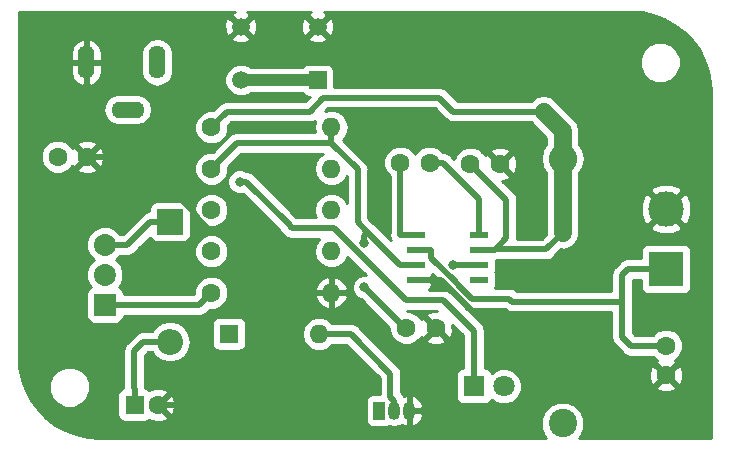
<source format=gbr>
G04 #@! TF.GenerationSoftware,KiCad,Pcbnew,(5.0.1)-3*
G04 #@! TF.CreationDate,2021-02-18T11:14:39+05:45*
G04 #@! TF.ProjectId,Battery-Charger,426174746572792D436861726765722E,rev?*
G04 #@! TF.SameCoordinates,Original*
G04 #@! TF.FileFunction,Copper,L1,Top,Signal*
G04 #@! TF.FilePolarity,Positive*
%FSLAX46Y46*%
G04 Gerber Fmt 4.6, Leading zero omitted, Abs format (unit mm)*
G04 Created by KiCad (PCBNEW (5.0.1)-3) date 2/18/2021 11:14:39 AM*
%MOMM*%
%LPD*%
G01*
G04 APERTURE LIST*
G04 #@! TA.AperFunction,ComponentPad*
%ADD10C,1.600000*%
G04 #@! TD*
G04 #@! TA.AperFunction,ComponentPad*
%ADD11R,1.600000X1.600000*%
G04 #@! TD*
G04 #@! TA.AperFunction,ComponentPad*
%ADD12R,2.200000X2.200000*%
G04 #@! TD*
G04 #@! TA.AperFunction,ComponentPad*
%ADD13O,2.200000X2.200000*%
G04 #@! TD*
G04 #@! TA.AperFunction,ComponentPad*
%ADD14R,1.800000X1.800000*%
G04 #@! TD*
G04 #@! TA.AperFunction,ComponentPad*
%ADD15C,1.800000*%
G04 #@! TD*
G04 #@! TA.AperFunction,ComponentPad*
%ADD16O,1.600000X1.600000*%
G04 #@! TD*
G04 #@! TA.AperFunction,ComponentPad*
%ADD17R,3.000000X3.000000*%
G04 #@! TD*
G04 #@! TA.AperFunction,ComponentPad*
%ADD18C,3.000000*%
G04 #@! TD*
G04 #@! TA.AperFunction,ComponentPad*
%ADD19O,1.400000X2.800000*%
G04 #@! TD*
G04 #@! TA.AperFunction,ComponentPad*
%ADD20O,2.800000X1.400000*%
G04 #@! TD*
G04 #@! TA.AperFunction,ComponentPad*
%ADD21O,1.050000X1.500000*%
G04 #@! TD*
G04 #@! TA.AperFunction,ComponentPad*
%ADD22R,1.050000X1.500000*%
G04 #@! TD*
G04 #@! TA.AperFunction,ComponentPad*
%ADD23R,1.860000X1.860000*%
G04 #@! TD*
G04 #@! TA.AperFunction,ComponentPad*
%ADD24C,1.860000*%
G04 #@! TD*
G04 #@! TA.AperFunction,SMDPad,CuDef*
%ADD25R,1.550000X0.600000*%
G04 #@! TD*
G04 #@! TA.AperFunction,ComponentPad*
%ADD26C,1.498000*%
G04 #@! TD*
G04 #@! TA.AperFunction,ComponentPad*
%ADD27R,1.498000X1.498000*%
G04 #@! TD*
G04 #@! TA.AperFunction,ComponentPad*
%ADD28C,2.400000*%
G04 #@! TD*
G04 #@! TA.AperFunction,ComponentPad*
%ADD29O,2.400000X2.400000*%
G04 #@! TD*
G04 #@! TA.AperFunction,ViaPad*
%ADD30C,0.800000*%
G04 #@! TD*
G04 #@! TA.AperFunction,Conductor*
%ADD31C,0.550000*%
G04 #@! TD*
G04 #@! TA.AperFunction,Conductor*
%ADD32C,1.500000*%
G04 #@! TD*
G04 #@! TA.AperFunction,Conductor*
%ADD33C,1.000000*%
G04 #@! TD*
G04 #@! TA.AperFunction,Conductor*
%ADD34C,0.254000*%
G04 #@! TD*
G04 APERTURE END LIST*
D10*
G04 #@! TO.P,C1,2*
G04 #@! TO.N,GND*
X132500000Y-101500000D03*
D11*
G04 #@! TO.P,C1,1*
G04 #@! TO.N,Net-(C1-Pad1)*
X130500000Y-101500000D03*
G04 #@! TD*
D12*
G04 #@! TO.P,D1,1*
G04 #@! TO.N,Net-(D1-Pad1)*
X133500000Y-86000000D03*
D13*
G04 #@! TO.P,D1,2*
G04 #@! TO.N,Net-(C1-Pad1)*
X133500000Y-96160000D03*
G04 #@! TD*
D14*
G04 #@! TO.P,D2,1*
G04 #@! TO.N,Net-(D2-Pad1)*
X159230000Y-99920000D03*
D15*
G04 #@! TO.P,D2,2*
G04 #@! TO.N,Net-(C1-Pad1)*
X161770000Y-99920000D03*
G04 #@! TD*
D11*
G04 #@! TO.P,D3,1*
G04 #@! TO.N,Net-(D3-Pad1)*
X138500000Y-95500000D03*
D16*
G04 #@! TO.P,D3,2*
G04 #@! TO.N,Net-(D3-Pad2)*
X146120000Y-95500000D03*
G04 #@! TD*
D17*
G04 #@! TO.P,J1,1*
G04 #@! TO.N,Net-(C3-Pad1)*
X175500000Y-90000000D03*
D18*
G04 #@! TO.P,J1,2*
G04 #@! TO.N,GND*
X175500000Y-84920000D03*
G04 #@! TD*
D19*
G04 #@! TO.P,J2,2*
G04 #@! TO.N,GND*
X126420000Y-72500000D03*
G04 #@! TO.P,J2,1*
G04 #@! TO.N,Net-(D1-Pad1)*
X132420000Y-72500000D03*
D20*
G04 #@! TO.P,J2,3*
G04 #@! TO.N,N/C*
X129920000Y-76500000D03*
G04 #@! TD*
D21*
G04 #@! TO.P,Q1,2*
G04 #@! TO.N,Net-(D3-Pad2)*
X152500000Y-102000000D03*
G04 #@! TO.P,Q1,3*
G04 #@! TO.N,GND*
X153770000Y-102000000D03*
D22*
G04 #@! TO.P,Q1,1*
G04 #@! TO.N,Net-(Q1-Pad1)*
X151230000Y-102000000D03*
G04 #@! TD*
D16*
G04 #@! TO.P,R2,2*
G04 #@! TO.N,Net-(C5-Pad1)*
X147160000Y-78000000D03*
D10*
G04 #@! TO.P,R2,1*
G04 #@! TO.N,Net-(C1-Pad1)*
X137000000Y-78000000D03*
G04 #@! TD*
G04 #@! TO.P,R3,1*
G04 #@! TO.N,Net-(C5-Pad1)*
X137000000Y-81500000D03*
D16*
G04 #@! TO.P,R3,2*
G04 #@! TO.N,Net-(C2-Pad1)*
X147160000Y-81500000D03*
G04 #@! TD*
D10*
G04 #@! TO.P,R4,1*
G04 #@! TO.N,Net-(D2-Pad1)*
X137000000Y-85000000D03*
D16*
G04 #@! TO.P,R4,2*
G04 #@! TO.N,Net-(Q1-Pad1)*
X147160000Y-85000000D03*
G04 #@! TD*
D10*
G04 #@! TO.P,R5,1*
G04 #@! TO.N,Net-(C2-Pad1)*
X137000000Y-88500000D03*
D16*
G04 #@! TO.P,R5,2*
G04 #@! TO.N,Net-(D3-Pad2)*
X147160000Y-88500000D03*
G04 #@! TD*
G04 #@! TO.P,R6,2*
G04 #@! TO.N,GND*
X147160000Y-92000000D03*
D10*
G04 #@! TO.P,R6,1*
G04 #@! TO.N,Net-(C2-Pad1)*
X137000000Y-92000000D03*
G04 #@! TD*
D23*
G04 #@! TO.P,U1,1*
G04 #@! TO.N,Net-(C2-Pad1)*
X128000000Y-93040000D03*
D24*
G04 #@! TO.P,U1,2*
G04 #@! TO.N,Net-(C1-Pad1)*
X128000000Y-90500000D03*
G04 #@! TO.P,U1,3*
G04 #@! TO.N,Net-(D1-Pad1)*
X128000000Y-87960000D03*
G04 #@! TD*
D25*
G04 #@! TO.P,U2,1*
G04 #@! TO.N,Net-(C4-Pad1)*
X154300000Y-87095000D03*
G04 #@! TO.P,U2,2*
G04 #@! TO.N,Net-(C3-Pad1)*
X154300000Y-88365000D03*
G04 #@! TO.P,U2,3*
G04 #@! TO.N,Net-(C5-Pad1)*
X154300000Y-89635000D03*
G04 #@! TO.P,U2,4*
G04 #@! TO.N,GND*
X154300000Y-90905000D03*
G04 #@! TO.P,U2,5*
G04 #@! TO.N,N/C*
X159700000Y-90905000D03*
G04 #@! TO.P,U2,6*
G04 #@! TO.N,Net-(D3-Pad1)*
X159700000Y-89635000D03*
G04 #@! TO.P,U2,7*
G04 #@! TO.N,Net-(C1-Pad1)*
X159700000Y-88365000D03*
G04 #@! TO.P,U2,8*
G04 #@! TO.N,Net-(C4-Pad2)*
X159700000Y-87095000D03*
G04 #@! TD*
D10*
G04 #@! TO.P,C2,1*
G04 #@! TO.N,Net-(C2-Pad1)*
X124000000Y-80500000D03*
G04 #@! TO.P,C2,2*
G04 #@! TO.N,GND*
X126500000Y-80500000D03*
G04 #@! TD*
G04 #@! TO.P,C3,1*
G04 #@! TO.N,Net-(C3-Pad1)*
X175500000Y-96500000D03*
G04 #@! TO.P,C3,2*
G04 #@! TO.N,GND*
X175500000Y-99000000D03*
G04 #@! TD*
G04 #@! TO.P,C4,2*
G04 #@! TO.N,Net-(C4-Pad2)*
X155500000Y-81000000D03*
G04 #@! TO.P,C4,1*
G04 #@! TO.N,Net-(C4-Pad1)*
X153000000Y-81000000D03*
G04 #@! TD*
D26*
G04 #@! TO.P,SW1,3*
G04 #@! TO.N,GND*
X146000000Y-69500000D03*
D27*
G04 #@! TO.P,SW1,1*
G04 #@! TO.N,Net-(C4-Pad1)*
X146000000Y-74000000D03*
D26*
G04 #@! TO.P,SW1,4*
G04 #@! TO.N,GND*
X139500000Y-69500000D03*
G04 #@! TO.P,SW1,2*
G04 #@! TO.N,Net-(C4-Pad1)*
X139500000Y-74000000D03*
G04 #@! TD*
D28*
G04 #@! TO.P,R1,1*
G04 #@! TO.N,Net-(C3-Pad1)*
X166750000Y-103070000D03*
D29*
G04 #@! TO.P,R1,2*
G04 #@! TO.N,Net-(C1-Pad1)*
X166750000Y-80670000D03*
G04 #@! TD*
D10*
G04 #@! TO.P,C5,2*
G04 #@! TO.N,GND*
X156000000Y-95000000D03*
G04 #@! TO.P,C5,1*
G04 #@! TO.N,Net-(C5-Pad1)*
X153500000Y-95000000D03*
G04 #@! TD*
G04 #@! TO.P,C6,1*
G04 #@! TO.N,Net-(C1-Pad1)*
X158940000Y-81090000D03*
G04 #@! TO.P,C6,2*
G04 #@! TO.N,GND*
X161440000Y-81090000D03*
G04 #@! TD*
D30*
G04 #@! TO.N,Net-(D2-Pad1)*
X139400000Y-82610000D03*
G04 #@! TO.N,Net-(D3-Pad1)*
X157458500Y-89635000D03*
G04 #@! TO.N,Net-(C5-Pad1)*
X149930000Y-91540000D03*
X149893719Y-87806281D03*
G04 #@! TD*
D31*
G04 #@! TO.N,GND*
X126500000Y-80500000D02*
X130872200Y-80500000D01*
X130872200Y-80500000D02*
X135550000Y-85177800D01*
X135550000Y-85177800D02*
X135550000Y-85374400D01*
X135550000Y-85374400D02*
X136925600Y-86750000D01*
X136925600Y-86750000D02*
X140560000Y-86750000D01*
X140560000Y-86750000D02*
X145810000Y-92000000D01*
X147160000Y-92000000D02*
X145810000Y-92000000D01*
X145810000Y-92000000D02*
X136310000Y-101500000D01*
X136310000Y-101500000D02*
X132500000Y-101500000D01*
X156410926Y-90905000D02*
X164400000Y-98894074D01*
X154300000Y-90905000D02*
X156410926Y-90905000D01*
X164400000Y-98894074D02*
X164400000Y-100500000D01*
X162900000Y-102000000D02*
X153770000Y-102000000D01*
X164400000Y-100500000D02*
X162900000Y-102000000D01*
G04 #@! TO.N,Net-(C1-Pad1)*
X138315900Y-76684100D02*
X137000000Y-78000000D01*
X130500000Y-101500000D02*
X130500000Y-100150000D01*
X159700000Y-88365000D02*
X161025000Y-88365000D01*
X161025000Y-88365000D02*
X161050000Y-88340000D01*
X161050000Y-88340000D02*
X165350000Y-88340000D01*
D32*
X166750000Y-86940000D02*
X166750000Y-80670000D01*
D31*
X165350000Y-88340000D02*
X166750000Y-86940000D01*
D32*
X166750000Y-78300000D02*
X165134100Y-76684100D01*
X166750000Y-80670000D02*
X166750000Y-78300000D01*
D31*
X130500000Y-100150000D02*
X130460000Y-100110000D01*
X130460000Y-100110000D02*
X130460000Y-96960000D01*
X131260000Y-96160000D02*
X133500000Y-96160000D01*
X130460000Y-96960000D02*
X131260000Y-96160000D01*
X161025000Y-88365000D02*
X161990000Y-87400000D01*
X161990000Y-84140000D02*
X158940000Y-81090000D01*
X161990000Y-87400000D02*
X161990000Y-84140000D01*
X144500000Y-76684100D02*
X145315900Y-76684100D01*
X144500000Y-76684100D02*
X138315900Y-76684100D01*
X145315900Y-76684100D02*
X146500000Y-75500000D01*
X156315900Y-75500000D02*
X157500000Y-76684100D01*
X146500000Y-75500000D02*
X156315900Y-75500000D01*
X165134100Y-76684100D02*
X157500000Y-76684100D01*
G04 #@! TO.N,Net-(C2-Pad1)*
X128000000Y-93040000D02*
X135960000Y-93040000D01*
X135960000Y-93040000D02*
X137000000Y-92000000D01*
G04 #@! TO.N,Net-(C3-Pad1)*
X155625000Y-89058400D02*
X155625000Y-88365000D01*
X154300000Y-88365000D02*
X155625000Y-88365000D01*
X157616600Y-91050000D02*
X155625000Y-89058400D01*
X171765000Y-92765000D02*
X171765000Y-95735000D01*
X172530000Y-96500000D02*
X175500000Y-96500000D01*
X171765000Y-95735000D02*
X172530000Y-96500000D01*
X172270000Y-90000000D02*
X175500000Y-90000000D01*
X171765000Y-92765000D02*
X171765000Y-90505000D01*
X171765000Y-90505000D02*
X172270000Y-90000000D01*
X158000000Y-91433400D02*
X159066600Y-92500000D01*
X158251600Y-91685000D02*
X158000000Y-91433400D01*
X159066600Y-92500000D02*
X162235000Y-92500000D01*
X162235000Y-92500000D02*
X162500000Y-92765000D01*
X162500000Y-92765000D02*
X171765000Y-92765000D01*
X158000000Y-91433400D02*
X157616600Y-91050000D01*
G04 #@! TO.N,Net-(C4-Pad1)*
X154300000Y-87095000D02*
X152975000Y-87095000D01*
X153000000Y-81000000D02*
X153000000Y-87070000D01*
X153000000Y-87070000D02*
X152975000Y-87095000D01*
D33*
X139500000Y-74000000D02*
X146000000Y-74000000D01*
D31*
G04 #@! TO.N,Net-(C4-Pad2)*
X159700000Y-86245000D02*
X159700000Y-87095000D01*
X159700000Y-84068630D02*
X159700000Y-86245000D01*
X156631370Y-81000000D02*
X159700000Y-84068630D01*
X155500000Y-81000000D02*
X156631370Y-81000000D01*
G04 #@! TO.N,Net-(D1-Pad1)*
X133500000Y-86000000D02*
X131850000Y-86000000D01*
X128000000Y-87960000D02*
X129890000Y-87960000D01*
X129890000Y-87960000D02*
X131850000Y-86000000D01*
G04 #@! TO.N,Net-(D2-Pad1)*
X139400000Y-82610000D02*
X139965685Y-82610000D01*
X139965685Y-82610000D02*
X143630686Y-86275001D01*
X143630686Y-86275001D02*
X143630686Y-86380686D01*
X143800000Y-86550000D02*
X147400000Y-86550000D01*
X143630686Y-86380686D02*
X143800000Y-86550000D01*
X153500000Y-92650000D02*
X156650000Y-92650000D01*
X147400000Y-86550000D02*
X153500000Y-92650000D01*
X159230000Y-95230000D02*
X159230000Y-99920000D01*
X156650000Y-92650000D02*
X159230000Y-95230000D01*
G04 #@! TO.N,Net-(D3-Pad1)*
X159700000Y-89635000D02*
X157458500Y-89635000D01*
G04 #@! TO.N,Net-(D3-Pad2)*
X152500000Y-101139998D02*
X152500000Y-102000000D01*
X152170000Y-100809998D02*
X152500000Y-101139998D01*
X152170000Y-98860000D02*
X152170000Y-100809998D01*
X148810000Y-95500000D02*
X152170000Y-98860000D01*
X146120000Y-95500000D02*
X148810000Y-95500000D01*
G04 #@! TO.N,Net-(C5-Pad1)*
X137000000Y-81500000D02*
X139150000Y-79350000D01*
X139150000Y-79350000D02*
X147160000Y-79350000D01*
X147160000Y-78000000D02*
X147160000Y-79350000D01*
X154300000Y-89635000D02*
X152975000Y-89635000D01*
X149384600Y-86044600D02*
X149384600Y-81574600D01*
X149384600Y-81574600D02*
X147160000Y-79350000D01*
X153500000Y-95000000D02*
X153390000Y-95000000D01*
X153390000Y-95000000D02*
X149930000Y-91540000D01*
X150120000Y-87014315D02*
X150120000Y-86780000D01*
X149893719Y-87240596D02*
X150120000Y-87014315D01*
X149893719Y-87806281D02*
X149893719Y-87240596D01*
X152975000Y-89635000D02*
X150120000Y-86780000D01*
X150120000Y-86780000D02*
X149384600Y-86044600D01*
G04 #@! TD*
D34*
G04 #@! TO.N,GND*
G36*
X138776679Y-68288370D02*
X138708813Y-68529207D01*
X139500000Y-69320395D01*
X140291187Y-68529207D01*
X140223321Y-68288370D01*
X140003068Y-68210000D01*
X145465879Y-68210000D01*
X145276679Y-68288370D01*
X145208813Y-68529207D01*
X146000000Y-69320395D01*
X146791187Y-68529207D01*
X146723321Y-68288370D01*
X146503068Y-68210000D01*
X172474281Y-68210000D01*
X173479908Y-68282967D01*
X174439294Y-68494780D01*
X175358047Y-68842864D01*
X176216931Y-69319931D01*
X176997953Y-69915988D01*
X177684751Y-70618548D01*
X178262934Y-71412889D01*
X178720391Y-72282374D01*
X179047546Y-73208797D01*
X179238318Y-74176700D01*
X179290000Y-75021698D01*
X179290001Y-104290000D01*
X168125082Y-104290000D01*
X168305638Y-104109444D01*
X168585000Y-103435004D01*
X168585000Y-102704996D01*
X168305638Y-102030556D01*
X167789444Y-101514362D01*
X167115004Y-101235000D01*
X166384996Y-101235000D01*
X165710556Y-101514362D01*
X165194362Y-102030556D01*
X164915000Y-102704996D01*
X164915000Y-103435004D01*
X165194362Y-104109444D01*
X165374918Y-104290000D01*
X127525719Y-104290000D01*
X126520093Y-104217033D01*
X125560710Y-104005222D01*
X124641953Y-103657136D01*
X123783069Y-103180069D01*
X123002046Y-102584011D01*
X122315249Y-101881452D01*
X121737068Y-101087113D01*
X121279609Y-100217625D01*
X121080885Y-99654887D01*
X123265000Y-99654887D01*
X123265000Y-100345113D01*
X123529138Y-100982799D01*
X124017201Y-101470862D01*
X124654887Y-101735000D01*
X125345113Y-101735000D01*
X125982799Y-101470862D01*
X126470862Y-100982799D01*
X126588001Y-100700000D01*
X129052560Y-100700000D01*
X129052560Y-102300000D01*
X129101843Y-102547765D01*
X129242191Y-102757809D01*
X129452235Y-102898157D01*
X129700000Y-102947440D01*
X131300000Y-102947440D01*
X131547765Y-102898157D01*
X131757516Y-102758005D01*
X132283223Y-102946965D01*
X132853454Y-102919778D01*
X133254005Y-102753864D01*
X133328139Y-102507745D01*
X132500000Y-101679605D01*
X132485858Y-101693748D01*
X132306253Y-101514143D01*
X132320395Y-101500000D01*
X132679605Y-101500000D01*
X133507745Y-102328139D01*
X133753864Y-102254005D01*
X133946965Y-101716777D01*
X133919778Y-101146546D01*
X133753864Y-100745995D01*
X133507745Y-100671861D01*
X132679605Y-101500000D01*
X132320395Y-101500000D01*
X132306253Y-101485858D01*
X132485858Y-101306252D01*
X132500000Y-101320395D01*
X133328139Y-100492255D01*
X133254005Y-100246136D01*
X132716777Y-100053035D01*
X132146546Y-100080222D01*
X131756933Y-100241605D01*
X131547765Y-100101843D01*
X131412912Y-100075019D01*
X131399904Y-100009622D01*
X131370000Y-99859286D01*
X131370000Y-97336933D01*
X131636934Y-97070000D01*
X132021376Y-97070000D01*
X132249135Y-97410865D01*
X132823037Y-97794334D01*
X133329120Y-97895000D01*
X133670880Y-97895000D01*
X134176963Y-97794334D01*
X134750865Y-97410865D01*
X135134334Y-96836963D01*
X135268990Y-96160000D01*
X135134334Y-95483037D01*
X134750865Y-94909135D01*
X134437873Y-94700000D01*
X137052560Y-94700000D01*
X137052560Y-96300000D01*
X137101843Y-96547765D01*
X137242191Y-96757809D01*
X137452235Y-96898157D01*
X137700000Y-96947440D01*
X139300000Y-96947440D01*
X139547765Y-96898157D01*
X139757809Y-96757809D01*
X139898157Y-96547765D01*
X139947440Y-96300000D01*
X139947440Y-95500000D01*
X144656887Y-95500000D01*
X144768260Y-96059909D01*
X145085423Y-96534577D01*
X145560091Y-96851740D01*
X145978667Y-96935000D01*
X146261333Y-96935000D01*
X146679909Y-96851740D01*
X147154577Y-96534577D01*
X147237817Y-96410000D01*
X148433067Y-96410000D01*
X151260000Y-99236934D01*
X151260001Y-100602560D01*
X150705000Y-100602560D01*
X150457235Y-100651843D01*
X150247191Y-100792191D01*
X150106843Y-101002235D01*
X150057560Y-101250000D01*
X150057560Y-102750000D01*
X150106843Y-102997765D01*
X150247191Y-103207809D01*
X150457235Y-103348157D01*
X150705000Y-103397440D01*
X151755000Y-103397440D01*
X152002765Y-103348157D01*
X152048134Y-103317842D01*
X152500000Y-103407725D01*
X152952609Y-103317695D01*
X153144996Y-103189146D01*
X153402664Y-103335266D01*
X153464190Y-103343964D01*
X153643000Y-103218163D01*
X153643000Y-102424709D01*
X153660000Y-102339245D01*
X153660000Y-102127000D01*
X153897000Y-102127000D01*
X153897000Y-103218163D01*
X154075810Y-103343964D01*
X154137336Y-103335266D01*
X154534255Y-103110179D01*
X154814823Y-102750331D01*
X154936326Y-102310506D01*
X154776593Y-102127000D01*
X153897000Y-102127000D01*
X153660000Y-102127000D01*
X153660000Y-101660754D01*
X153643000Y-101575290D01*
X153643000Y-100781837D01*
X153897000Y-100781837D01*
X153897000Y-101873000D01*
X154776593Y-101873000D01*
X154936326Y-101689494D01*
X154814823Y-101249669D01*
X154534255Y-100889821D01*
X154137336Y-100664734D01*
X154075810Y-100656036D01*
X153897000Y-100781837D01*
X153643000Y-100781837D01*
X153464190Y-100656036D01*
X153402664Y-100664734D01*
X153311448Y-100716461D01*
X153156073Y-100483925D01*
X153080093Y-100433157D01*
X153080000Y-100433064D01*
X153080000Y-98949622D01*
X153097827Y-98860000D01*
X153027200Y-98504936D01*
X152971679Y-98421843D01*
X152826073Y-98203927D01*
X152750093Y-98153159D01*
X149516843Y-94919910D01*
X149466073Y-94843927D01*
X149165064Y-94642800D01*
X148899622Y-94590000D01*
X148810000Y-94572173D01*
X148720378Y-94590000D01*
X147237817Y-94590000D01*
X147154577Y-94465423D01*
X146679909Y-94148260D01*
X146261333Y-94065000D01*
X145978667Y-94065000D01*
X145560091Y-94148260D01*
X145085423Y-94465423D01*
X144768260Y-94940091D01*
X144656887Y-95500000D01*
X139947440Y-95500000D01*
X139947440Y-94700000D01*
X139898157Y-94452235D01*
X139757809Y-94242191D01*
X139547765Y-94101843D01*
X139300000Y-94052560D01*
X137700000Y-94052560D01*
X137452235Y-94101843D01*
X137242191Y-94242191D01*
X137101843Y-94452235D01*
X137052560Y-94700000D01*
X134437873Y-94700000D01*
X134176963Y-94525666D01*
X133670880Y-94425000D01*
X133329120Y-94425000D01*
X132823037Y-94525666D01*
X132249135Y-94909135D01*
X132021376Y-95250000D01*
X131349622Y-95250000D01*
X131260000Y-95232173D01*
X131170378Y-95250000D01*
X130904936Y-95302800D01*
X130603927Y-95503927D01*
X130553159Y-95579907D01*
X129879908Y-96253159D01*
X129803928Y-96303927D01*
X129676307Y-96494926D01*
X129602800Y-96604937D01*
X129532173Y-96960000D01*
X129550001Y-97049626D01*
X129550000Y-100020378D01*
X129537156Y-100084951D01*
X129452235Y-100101843D01*
X129242191Y-100242191D01*
X129101843Y-100452235D01*
X129052560Y-100700000D01*
X126588001Y-100700000D01*
X126735000Y-100345113D01*
X126735000Y-99654887D01*
X126470862Y-99017201D01*
X125982799Y-98529138D01*
X125345113Y-98265000D01*
X124654887Y-98265000D01*
X124017201Y-98529138D01*
X123529138Y-99017201D01*
X123265000Y-99654887D01*
X121080885Y-99654887D01*
X120952454Y-99291203D01*
X120761682Y-98323300D01*
X120710000Y-97478302D01*
X120710000Y-92110000D01*
X126422560Y-92110000D01*
X126422560Y-93970000D01*
X126471843Y-94217765D01*
X126612191Y-94427809D01*
X126822235Y-94568157D01*
X127070000Y-94617440D01*
X128930000Y-94617440D01*
X129177765Y-94568157D01*
X129387809Y-94427809D01*
X129528157Y-94217765D01*
X129577440Y-93970000D01*
X129577440Y-93950000D01*
X135870378Y-93950000D01*
X135960000Y-93967827D01*
X136049622Y-93950000D01*
X136315064Y-93897200D01*
X136616073Y-93696073D01*
X136666843Y-93620090D01*
X136851933Y-93435000D01*
X137285439Y-93435000D01*
X137812862Y-93216534D01*
X138216534Y-92812862D01*
X138408655Y-92349039D01*
X145768096Y-92349039D01*
X145928959Y-92737423D01*
X146304866Y-93152389D01*
X146810959Y-93391914D01*
X147033000Y-93270629D01*
X147033000Y-92127000D01*
X147287000Y-92127000D01*
X147287000Y-93270629D01*
X147509041Y-93391914D01*
X148015134Y-93152389D01*
X148391041Y-92737423D01*
X148551904Y-92349039D01*
X148429915Y-92127000D01*
X147287000Y-92127000D01*
X147033000Y-92127000D01*
X145890085Y-92127000D01*
X145768096Y-92349039D01*
X138408655Y-92349039D01*
X138435000Y-92285439D01*
X138435000Y-91714561D01*
X138408656Y-91650961D01*
X145768096Y-91650961D01*
X145890085Y-91873000D01*
X147033000Y-91873000D01*
X147033000Y-90729371D01*
X147287000Y-90729371D01*
X147287000Y-91873000D01*
X148429915Y-91873000D01*
X148551904Y-91650961D01*
X148391041Y-91262577D01*
X148015134Y-90847611D01*
X147509041Y-90608086D01*
X147287000Y-90729371D01*
X147033000Y-90729371D01*
X146810959Y-90608086D01*
X146304866Y-90847611D01*
X145928959Y-91262577D01*
X145768096Y-91650961D01*
X138408656Y-91650961D01*
X138216534Y-91187138D01*
X137812862Y-90783466D01*
X137285439Y-90565000D01*
X136714561Y-90565000D01*
X136187138Y-90783466D01*
X135783466Y-91187138D01*
X135565000Y-91714561D01*
X135565000Y-92130000D01*
X129577440Y-92130000D01*
X129577440Y-92110000D01*
X129528157Y-91862235D01*
X129387809Y-91652191D01*
X129191934Y-91521310D01*
X129326743Y-91386501D01*
X129565000Y-90811298D01*
X129565000Y-90188702D01*
X129326743Y-89613499D01*
X128943244Y-89230000D01*
X129303244Y-88870000D01*
X129800378Y-88870000D01*
X129890000Y-88887827D01*
X129979622Y-88870000D01*
X130245064Y-88817200D01*
X130546073Y-88616073D01*
X130596843Y-88540090D01*
X130922372Y-88214561D01*
X135565000Y-88214561D01*
X135565000Y-88785439D01*
X135783466Y-89312862D01*
X136187138Y-89716534D01*
X136714561Y-89935000D01*
X137285439Y-89935000D01*
X137812862Y-89716534D01*
X138216534Y-89312862D01*
X138435000Y-88785439D01*
X138435000Y-88214561D01*
X138216534Y-87687138D01*
X137812862Y-87283466D01*
X137285439Y-87065000D01*
X136714561Y-87065000D01*
X136187138Y-87283466D01*
X135783466Y-87687138D01*
X135565000Y-88214561D01*
X130922372Y-88214561D01*
X131799740Y-87337193D01*
X131801843Y-87347765D01*
X131942191Y-87557809D01*
X132152235Y-87698157D01*
X132400000Y-87747440D01*
X134600000Y-87747440D01*
X134847765Y-87698157D01*
X135057809Y-87557809D01*
X135198157Y-87347765D01*
X135247440Y-87100000D01*
X135247440Y-84900000D01*
X135210555Y-84714561D01*
X135565000Y-84714561D01*
X135565000Y-85285439D01*
X135783466Y-85812862D01*
X136187138Y-86216534D01*
X136714561Y-86435000D01*
X137285439Y-86435000D01*
X137812862Y-86216534D01*
X138216534Y-85812862D01*
X138435000Y-85285439D01*
X138435000Y-84714561D01*
X138216534Y-84187138D01*
X137812862Y-83783466D01*
X137285439Y-83565000D01*
X136714561Y-83565000D01*
X136187138Y-83783466D01*
X135783466Y-84187138D01*
X135565000Y-84714561D01*
X135210555Y-84714561D01*
X135198157Y-84652235D01*
X135057809Y-84442191D01*
X134847765Y-84301843D01*
X134600000Y-84252560D01*
X132400000Y-84252560D01*
X132152235Y-84301843D01*
X131942191Y-84442191D01*
X131801843Y-84652235D01*
X131752560Y-84900000D01*
X131752560Y-85091555D01*
X131494936Y-85142800D01*
X131193927Y-85343927D01*
X131143159Y-85419907D01*
X129513067Y-87050000D01*
X129303244Y-87050000D01*
X128886501Y-86633257D01*
X128311298Y-86395000D01*
X127688702Y-86395000D01*
X127113499Y-86633257D01*
X126673257Y-87073499D01*
X126435000Y-87648702D01*
X126435000Y-88271298D01*
X126673257Y-88846501D01*
X127056756Y-89230000D01*
X126673257Y-89613499D01*
X126435000Y-90188702D01*
X126435000Y-90811298D01*
X126673257Y-91386501D01*
X126808066Y-91521310D01*
X126612191Y-91652191D01*
X126471843Y-91862235D01*
X126422560Y-92110000D01*
X120710000Y-92110000D01*
X120710000Y-80214561D01*
X122565000Y-80214561D01*
X122565000Y-80785439D01*
X122783466Y-81312862D01*
X123187138Y-81716534D01*
X123714561Y-81935000D01*
X124285439Y-81935000D01*
X124812862Y-81716534D01*
X125021651Y-81507745D01*
X125671861Y-81507745D01*
X125745995Y-81753864D01*
X126283223Y-81946965D01*
X126853454Y-81919778D01*
X127254005Y-81753864D01*
X127328139Y-81507745D01*
X126500000Y-80679605D01*
X125671861Y-81507745D01*
X125021651Y-81507745D01*
X125216534Y-81312862D01*
X125243525Y-81247701D01*
X125246136Y-81254005D01*
X125492255Y-81328139D01*
X126320395Y-80500000D01*
X126679605Y-80500000D01*
X127507745Y-81328139D01*
X127753864Y-81254005D01*
X127946965Y-80716777D01*
X127919778Y-80146546D01*
X127753864Y-79745995D01*
X127507745Y-79671861D01*
X126679605Y-80500000D01*
X126320395Y-80500000D01*
X125492255Y-79671861D01*
X125246136Y-79745995D01*
X125243710Y-79752746D01*
X125216534Y-79687138D01*
X125021651Y-79492255D01*
X125671861Y-79492255D01*
X126500000Y-80320395D01*
X127328139Y-79492255D01*
X127254005Y-79246136D01*
X126716777Y-79053035D01*
X126146546Y-79080222D01*
X125745995Y-79246136D01*
X125671861Y-79492255D01*
X125021651Y-79492255D01*
X124812862Y-79283466D01*
X124285439Y-79065000D01*
X123714561Y-79065000D01*
X123187138Y-79283466D01*
X122783466Y-79687138D01*
X122565000Y-80214561D01*
X120710000Y-80214561D01*
X120710000Y-76500000D01*
X127858846Y-76500000D01*
X127962458Y-77020891D01*
X128257519Y-77462481D01*
X128699109Y-77757542D01*
X129088515Y-77835000D01*
X130751485Y-77835000D01*
X131140891Y-77757542D01*
X131205216Y-77714561D01*
X135565000Y-77714561D01*
X135565000Y-78285439D01*
X135783466Y-78812862D01*
X136187138Y-79216534D01*
X136714561Y-79435000D01*
X137285439Y-79435000D01*
X137812862Y-79216534D01*
X138216534Y-78812862D01*
X138435000Y-78285439D01*
X138435000Y-77851934D01*
X138692834Y-77594100D01*
X145226278Y-77594100D01*
X145315900Y-77611927D01*
X145405522Y-77594100D01*
X145670964Y-77541300D01*
X145806087Y-77451014D01*
X145696887Y-78000000D01*
X145784409Y-78440000D01*
X139239620Y-78440000D01*
X139149999Y-78422173D01*
X139060379Y-78440000D01*
X139060378Y-78440000D01*
X138794936Y-78492800D01*
X138493927Y-78693927D01*
X138443159Y-78769907D01*
X137148067Y-80065000D01*
X136714561Y-80065000D01*
X136187138Y-80283466D01*
X135783466Y-80687138D01*
X135565000Y-81214561D01*
X135565000Y-81785439D01*
X135783466Y-82312862D01*
X136187138Y-82716534D01*
X136714561Y-82935000D01*
X137285439Y-82935000D01*
X137812862Y-82716534D01*
X138216534Y-82312862D01*
X138435000Y-81785439D01*
X138435000Y-81351933D01*
X139526934Y-80260000D01*
X146432860Y-80260000D01*
X146125423Y-80465423D01*
X145808260Y-80940091D01*
X145696887Y-81500000D01*
X145808260Y-82059909D01*
X146125423Y-82534577D01*
X146600091Y-82851740D01*
X147018667Y-82935000D01*
X147301333Y-82935000D01*
X147719909Y-82851740D01*
X148194577Y-82534577D01*
X148474601Y-82115492D01*
X148474600Y-84384508D01*
X148194577Y-83965423D01*
X147719909Y-83648260D01*
X147301333Y-83565000D01*
X147018667Y-83565000D01*
X146600091Y-83648260D01*
X146125423Y-83965423D01*
X145808260Y-84440091D01*
X145696887Y-85000000D01*
X145808260Y-85559909D01*
X145861775Y-85640000D01*
X144300839Y-85640000D01*
X144286759Y-85618928D01*
X144210779Y-85568160D01*
X140672528Y-82029910D01*
X140621758Y-81953927D01*
X140320749Y-81752800D01*
X140055307Y-81700000D01*
X139965685Y-81682173D01*
X139897403Y-81695755D01*
X139605874Y-81575000D01*
X139194126Y-81575000D01*
X138813720Y-81732569D01*
X138522569Y-82023720D01*
X138365000Y-82404126D01*
X138365000Y-82815874D01*
X138522569Y-83196280D01*
X138813720Y-83487431D01*
X139194126Y-83645000D01*
X139605874Y-83645000D01*
X139682155Y-83613403D01*
X142765785Y-86697034D01*
X142773486Y-86735750D01*
X142974613Y-87036759D01*
X143050596Y-87087529D01*
X143093157Y-87130090D01*
X143143927Y-87206073D01*
X143444936Y-87407200D01*
X143710378Y-87460000D01*
X143710379Y-87460000D01*
X143799999Y-87477827D01*
X143889620Y-87460000D01*
X146133539Y-87460000D01*
X146125423Y-87465423D01*
X145808260Y-87940091D01*
X145696887Y-88500000D01*
X145808260Y-89059909D01*
X146125423Y-89534577D01*
X146600091Y-89851740D01*
X147018667Y-89935000D01*
X147301333Y-89935000D01*
X147719909Y-89851740D01*
X148194577Y-89534577D01*
X148511740Y-89059909D01*
X148530195Y-88967129D01*
X150068066Y-90505000D01*
X149724126Y-90505000D01*
X149343720Y-90662569D01*
X149052569Y-90953720D01*
X148895000Y-91334126D01*
X148895000Y-91745874D01*
X149052569Y-92126280D01*
X149343720Y-92417431D01*
X149645498Y-92542431D01*
X152065000Y-94961934D01*
X152065000Y-95285439D01*
X152283466Y-95812862D01*
X152687138Y-96216534D01*
X153214561Y-96435000D01*
X153785439Y-96435000D01*
X154312862Y-96216534D01*
X154521651Y-96007745D01*
X155171861Y-96007745D01*
X155245995Y-96253864D01*
X155783223Y-96446965D01*
X156353454Y-96419778D01*
X156754005Y-96253864D01*
X156828139Y-96007745D01*
X156000000Y-95179605D01*
X155171861Y-96007745D01*
X154521651Y-96007745D01*
X154716534Y-95812862D01*
X154743525Y-95747701D01*
X154746136Y-95754005D01*
X154992255Y-95828139D01*
X155820395Y-95000000D01*
X154992255Y-94171861D01*
X154746136Y-94245995D01*
X154743710Y-94252746D01*
X154716534Y-94187138D01*
X154312862Y-93783466D01*
X153785439Y-93565000D01*
X153564485Y-93565000D01*
X153589622Y-93560000D01*
X156070690Y-93560000D01*
X155646546Y-93580222D01*
X155245995Y-93746136D01*
X155171861Y-93992255D01*
X156000000Y-94820395D01*
X156014142Y-94806252D01*
X156193748Y-94985858D01*
X156179605Y-95000000D01*
X157007745Y-95828139D01*
X157253864Y-95754005D01*
X157446965Y-95216777D01*
X157422790Y-94709724D01*
X158320000Y-95606934D01*
X158320001Y-98374549D01*
X158082235Y-98421843D01*
X157872191Y-98562191D01*
X157731843Y-98772235D01*
X157682560Y-99020000D01*
X157682560Y-100820000D01*
X157731843Y-101067765D01*
X157872191Y-101277809D01*
X158082235Y-101418157D01*
X158330000Y-101467440D01*
X160130000Y-101467440D01*
X160377765Y-101418157D01*
X160587809Y-101277809D01*
X160728157Y-101067765D01*
X160731275Y-101052092D01*
X160900493Y-101221310D01*
X161464670Y-101455000D01*
X162075330Y-101455000D01*
X162639507Y-101221310D01*
X163071310Y-100789507D01*
X163305000Y-100225330D01*
X163305000Y-100007745D01*
X174671861Y-100007745D01*
X174745995Y-100253864D01*
X175283223Y-100446965D01*
X175853454Y-100419778D01*
X176254005Y-100253864D01*
X176328139Y-100007745D01*
X175500000Y-99179605D01*
X174671861Y-100007745D01*
X163305000Y-100007745D01*
X163305000Y-99614670D01*
X163071310Y-99050493D01*
X162804040Y-98783223D01*
X174053035Y-98783223D01*
X174080222Y-99353454D01*
X174246136Y-99754005D01*
X174492255Y-99828139D01*
X175320395Y-99000000D01*
X175679605Y-99000000D01*
X176507745Y-99828139D01*
X176753864Y-99754005D01*
X176946965Y-99216777D01*
X176919778Y-98646546D01*
X176753864Y-98245995D01*
X176507745Y-98171861D01*
X175679605Y-99000000D01*
X175320395Y-99000000D01*
X174492255Y-98171861D01*
X174246136Y-98245995D01*
X174053035Y-98783223D01*
X162804040Y-98783223D01*
X162639507Y-98618690D01*
X162075330Y-98385000D01*
X161464670Y-98385000D01*
X160900493Y-98618690D01*
X160731275Y-98787908D01*
X160728157Y-98772235D01*
X160587809Y-98562191D01*
X160377765Y-98421843D01*
X160140000Y-98374549D01*
X160140000Y-95319622D01*
X160157827Y-95230000D01*
X160087200Y-94874936D01*
X160066481Y-94843928D01*
X159886073Y-94573927D01*
X159810093Y-94523159D01*
X158508409Y-93221475D01*
X158711536Y-93357200D01*
X158976978Y-93410000D01*
X158976979Y-93410000D01*
X159066599Y-93427827D01*
X159156220Y-93410000D01*
X161836528Y-93410000D01*
X161843927Y-93421073D01*
X162144936Y-93622200D01*
X162410378Y-93675000D01*
X162500000Y-93692827D01*
X162589622Y-93675000D01*
X170855000Y-93675000D01*
X170855001Y-95645374D01*
X170837173Y-95735000D01*
X170907800Y-96090063D01*
X170981307Y-96200074D01*
X171108928Y-96391073D01*
X171184907Y-96441840D01*
X171823160Y-97080095D01*
X171873927Y-97156073D01*
X172174936Y-97357200D01*
X172440378Y-97410000D01*
X172529999Y-97427827D01*
X172619620Y-97410000D01*
X174380604Y-97410000D01*
X174687138Y-97716534D01*
X174752299Y-97743525D01*
X174745995Y-97746136D01*
X174671861Y-97992255D01*
X175500000Y-98820395D01*
X176328139Y-97992255D01*
X176254005Y-97746136D01*
X176247254Y-97743710D01*
X176312862Y-97716534D01*
X176716534Y-97312862D01*
X176935000Y-96785439D01*
X176935000Y-96214561D01*
X176716534Y-95687138D01*
X176312862Y-95283466D01*
X175785439Y-95065000D01*
X175214561Y-95065000D01*
X174687138Y-95283466D01*
X174380604Y-95590000D01*
X172906934Y-95590000D01*
X172675000Y-95358066D01*
X172675000Y-92854621D01*
X172692827Y-92765000D01*
X172675000Y-92675378D01*
X172675000Y-90910000D01*
X173352560Y-90910000D01*
X173352560Y-91500000D01*
X173401843Y-91747765D01*
X173542191Y-91957809D01*
X173752235Y-92098157D01*
X174000000Y-92147440D01*
X177000000Y-92147440D01*
X177247765Y-92098157D01*
X177457809Y-91957809D01*
X177598157Y-91747765D01*
X177647440Y-91500000D01*
X177647440Y-88500000D01*
X177598157Y-88252235D01*
X177457809Y-88042191D01*
X177247765Y-87901843D01*
X177000000Y-87852560D01*
X174000000Y-87852560D01*
X173752235Y-87901843D01*
X173542191Y-88042191D01*
X173401843Y-88252235D01*
X173352560Y-88500000D01*
X173352560Y-89090000D01*
X172359622Y-89090000D01*
X172270000Y-89072173D01*
X172180378Y-89090000D01*
X171914936Y-89142800D01*
X171613927Y-89343927D01*
X171563157Y-89419910D01*
X171184908Y-89798159D01*
X171108928Y-89848927D01*
X171014624Y-89990063D01*
X170907800Y-90149937D01*
X170837173Y-90505000D01*
X170855001Y-90594626D01*
X170855000Y-91855000D01*
X162898472Y-91855000D01*
X162891073Y-91843927D01*
X162590064Y-91642800D01*
X162324622Y-91590000D01*
X162235000Y-91572173D01*
X162145378Y-91590000D01*
X160981459Y-91590000D01*
X161073157Y-91452765D01*
X161122440Y-91205000D01*
X161122440Y-90605000D01*
X161073157Y-90357235D01*
X161014868Y-90270000D01*
X161073157Y-90182765D01*
X161122440Y-89935000D01*
X161122440Y-89335000D01*
X161110662Y-89275788D01*
X161114622Y-89275000D01*
X161240305Y-89250000D01*
X165260378Y-89250000D01*
X165350000Y-89267827D01*
X165439622Y-89250000D01*
X165705064Y-89197200D01*
X166006073Y-88996073D01*
X166056843Y-88920090D01*
X166645572Y-88331361D01*
X166750000Y-88352133D01*
X167290399Y-88244641D01*
X167748528Y-87938529D01*
X168054641Y-87480400D01*
X168135000Y-87076407D01*
X168135000Y-86433970D01*
X174165635Y-86433970D01*
X174325418Y-86752739D01*
X175116187Y-87062723D01*
X175965387Y-87046497D01*
X176674582Y-86752739D01*
X176834365Y-86433970D01*
X175500000Y-85099605D01*
X174165635Y-86433970D01*
X168135000Y-86433970D01*
X168135000Y-84536187D01*
X173357277Y-84536187D01*
X173373503Y-85385387D01*
X173667261Y-86094582D01*
X173986030Y-86254365D01*
X175320395Y-84920000D01*
X175679605Y-84920000D01*
X177013970Y-86254365D01*
X177332739Y-86094582D01*
X177642723Y-85303813D01*
X177626497Y-84454613D01*
X177332739Y-83745418D01*
X177013970Y-83585635D01*
X175679605Y-84920000D01*
X175320395Y-84920000D01*
X173986030Y-83585635D01*
X173667261Y-83745418D01*
X173357277Y-84536187D01*
X168135000Y-84536187D01*
X168135000Y-83406030D01*
X174165635Y-83406030D01*
X175500000Y-84740395D01*
X176834365Y-83406030D01*
X176674582Y-83087261D01*
X175883813Y-82777277D01*
X175034613Y-82793503D01*
X174325418Y-83087261D01*
X174165635Y-83406030D01*
X168135000Y-83406030D01*
X168135000Y-81900113D01*
X168478531Y-81385981D01*
X168620949Y-80670000D01*
X168478531Y-79954019D01*
X168135000Y-79439887D01*
X168135000Y-78436407D01*
X168162133Y-78300000D01*
X168054641Y-77759600D01*
X167925942Y-77566988D01*
X167748529Y-77301471D01*
X167632888Y-77224202D01*
X166016988Y-75608303D01*
X165674499Y-75379459D01*
X165134100Y-75271967D01*
X164593701Y-75379459D01*
X164135572Y-75685572D01*
X164076419Y-75774100D01*
X157876934Y-75774100D01*
X157022743Y-74919909D01*
X156971973Y-74843927D01*
X156670964Y-74642800D01*
X156405522Y-74590000D01*
X156315900Y-74572173D01*
X156226278Y-74590000D01*
X147396440Y-74590000D01*
X147396440Y-73251000D01*
X147347157Y-73003235D01*
X147206809Y-72793191D01*
X146996765Y-72652843D01*
X146749000Y-72603560D01*
X145251000Y-72603560D01*
X145003235Y-72652843D01*
X144793191Y-72793191D01*
X144745209Y-72865000D01*
X140322271Y-72865000D01*
X140283973Y-72826702D01*
X139775295Y-72616000D01*
X139224705Y-72616000D01*
X138716027Y-72826702D01*
X138326702Y-73216027D01*
X138116000Y-73724705D01*
X138116000Y-74275295D01*
X138326702Y-74783973D01*
X138716027Y-75173298D01*
X139224705Y-75384000D01*
X139775295Y-75384000D01*
X140283973Y-75173298D01*
X140322271Y-75135000D01*
X144745209Y-75135000D01*
X144793191Y-75206809D01*
X145003235Y-75347157D01*
X145251000Y-75396440D01*
X145316626Y-75396440D01*
X144938966Y-75774100D01*
X138405522Y-75774100D01*
X138315900Y-75756273D01*
X138226278Y-75774100D01*
X137960836Y-75826900D01*
X137659827Y-76028027D01*
X137609060Y-76104006D01*
X137148066Y-76565000D01*
X136714561Y-76565000D01*
X136187138Y-76783466D01*
X135783466Y-77187138D01*
X135565000Y-77714561D01*
X131205216Y-77714561D01*
X131582481Y-77462481D01*
X131877542Y-77020891D01*
X131981154Y-76500000D01*
X131877542Y-75979109D01*
X131582481Y-75537519D01*
X131140891Y-75242458D01*
X130751485Y-75165000D01*
X129088515Y-75165000D01*
X128699109Y-75242458D01*
X128257519Y-75537519D01*
X127962458Y-75979109D01*
X127858846Y-76500000D01*
X120710000Y-76500000D01*
X120710000Y-72627000D01*
X125085000Y-72627000D01*
X125085000Y-73327000D01*
X125235222Y-73828215D01*
X125565815Y-74233790D01*
X126026450Y-74481980D01*
X126086671Y-74492716D01*
X126293000Y-74369374D01*
X126293000Y-72627000D01*
X126547000Y-72627000D01*
X126547000Y-74369374D01*
X126753329Y-74492716D01*
X126813550Y-74481980D01*
X127274185Y-74233790D01*
X127604778Y-73828215D01*
X127755000Y-73327000D01*
X127755000Y-72627000D01*
X126547000Y-72627000D01*
X126293000Y-72627000D01*
X125085000Y-72627000D01*
X120710000Y-72627000D01*
X120710000Y-71673000D01*
X125085000Y-71673000D01*
X125085000Y-72373000D01*
X126293000Y-72373000D01*
X126293000Y-70630626D01*
X126547000Y-70630626D01*
X126547000Y-72373000D01*
X127755000Y-72373000D01*
X127755000Y-71673000D01*
X127753656Y-71668515D01*
X131085000Y-71668515D01*
X131085000Y-73331484D01*
X131162458Y-73720890D01*
X131457519Y-74162480D01*
X131899109Y-74457542D01*
X132420000Y-74561154D01*
X132940890Y-74457542D01*
X133382480Y-74162481D01*
X133677542Y-73720891D01*
X133755000Y-73331485D01*
X133755000Y-72154887D01*
X173265000Y-72154887D01*
X173265000Y-72845113D01*
X173529138Y-73482799D01*
X174017201Y-73970862D01*
X174654887Y-74235000D01*
X175345113Y-74235000D01*
X175982799Y-73970862D01*
X176470862Y-73482799D01*
X176735000Y-72845113D01*
X176735000Y-72154887D01*
X176470862Y-71517201D01*
X175982799Y-71029138D01*
X175345113Y-70765000D01*
X174654887Y-70765000D01*
X174017201Y-71029138D01*
X173529138Y-71517201D01*
X173265000Y-72154887D01*
X133755000Y-72154887D01*
X133755000Y-71668515D01*
X133677542Y-71279109D01*
X133382481Y-70837519D01*
X132940891Y-70542458D01*
X132580608Y-70470793D01*
X138708813Y-70470793D01*
X138776679Y-70711630D01*
X139295410Y-70896204D01*
X139845287Y-70868218D01*
X140223321Y-70711630D01*
X140291187Y-70470793D01*
X145208813Y-70470793D01*
X145276679Y-70711630D01*
X145795410Y-70896204D01*
X146345287Y-70868218D01*
X146723321Y-70711630D01*
X146791187Y-70470793D01*
X146000000Y-69679605D01*
X145208813Y-70470793D01*
X140291187Y-70470793D01*
X139500000Y-69679605D01*
X138708813Y-70470793D01*
X132580608Y-70470793D01*
X132420000Y-70438846D01*
X131899110Y-70542458D01*
X131457520Y-70837519D01*
X131162459Y-71279109D01*
X131085000Y-71668515D01*
X127753656Y-71668515D01*
X127604778Y-71171785D01*
X127274185Y-70766210D01*
X126813550Y-70518020D01*
X126753329Y-70507284D01*
X126547000Y-70630626D01*
X126293000Y-70630626D01*
X126086671Y-70507284D01*
X126026450Y-70518020D01*
X125565815Y-70766210D01*
X125235222Y-71171785D01*
X125085000Y-71673000D01*
X120710000Y-71673000D01*
X120710000Y-69295410D01*
X138103796Y-69295410D01*
X138131782Y-69845287D01*
X138288370Y-70223321D01*
X138529207Y-70291187D01*
X139320395Y-69500000D01*
X139679605Y-69500000D01*
X140470793Y-70291187D01*
X140711630Y-70223321D01*
X140896204Y-69704590D01*
X140875379Y-69295410D01*
X144603796Y-69295410D01*
X144631782Y-69845287D01*
X144788370Y-70223321D01*
X145029207Y-70291187D01*
X145820395Y-69500000D01*
X146179605Y-69500000D01*
X146970793Y-70291187D01*
X147211630Y-70223321D01*
X147396204Y-69704590D01*
X147368218Y-69154713D01*
X147211630Y-68776679D01*
X146970793Y-68708813D01*
X146179605Y-69500000D01*
X145820395Y-69500000D01*
X145029207Y-68708813D01*
X144788370Y-68776679D01*
X144603796Y-69295410D01*
X140875379Y-69295410D01*
X140868218Y-69154713D01*
X140711630Y-68776679D01*
X140470793Y-68708813D01*
X139679605Y-69500000D01*
X139320395Y-69500000D01*
X138529207Y-68708813D01*
X138288370Y-68776679D01*
X138103796Y-69295410D01*
X120710000Y-69295410D01*
X120710000Y-68210000D01*
X138965879Y-68210000D01*
X138776679Y-68288370D01*
X138776679Y-68288370D01*
G37*
X138776679Y-68288370D02*
X138708813Y-68529207D01*
X139500000Y-69320395D01*
X140291187Y-68529207D01*
X140223321Y-68288370D01*
X140003068Y-68210000D01*
X145465879Y-68210000D01*
X145276679Y-68288370D01*
X145208813Y-68529207D01*
X146000000Y-69320395D01*
X146791187Y-68529207D01*
X146723321Y-68288370D01*
X146503068Y-68210000D01*
X172474281Y-68210000D01*
X173479908Y-68282967D01*
X174439294Y-68494780D01*
X175358047Y-68842864D01*
X176216931Y-69319931D01*
X176997953Y-69915988D01*
X177684751Y-70618548D01*
X178262934Y-71412889D01*
X178720391Y-72282374D01*
X179047546Y-73208797D01*
X179238318Y-74176700D01*
X179290000Y-75021698D01*
X179290001Y-104290000D01*
X168125082Y-104290000D01*
X168305638Y-104109444D01*
X168585000Y-103435004D01*
X168585000Y-102704996D01*
X168305638Y-102030556D01*
X167789444Y-101514362D01*
X167115004Y-101235000D01*
X166384996Y-101235000D01*
X165710556Y-101514362D01*
X165194362Y-102030556D01*
X164915000Y-102704996D01*
X164915000Y-103435004D01*
X165194362Y-104109444D01*
X165374918Y-104290000D01*
X127525719Y-104290000D01*
X126520093Y-104217033D01*
X125560710Y-104005222D01*
X124641953Y-103657136D01*
X123783069Y-103180069D01*
X123002046Y-102584011D01*
X122315249Y-101881452D01*
X121737068Y-101087113D01*
X121279609Y-100217625D01*
X121080885Y-99654887D01*
X123265000Y-99654887D01*
X123265000Y-100345113D01*
X123529138Y-100982799D01*
X124017201Y-101470862D01*
X124654887Y-101735000D01*
X125345113Y-101735000D01*
X125982799Y-101470862D01*
X126470862Y-100982799D01*
X126588001Y-100700000D01*
X129052560Y-100700000D01*
X129052560Y-102300000D01*
X129101843Y-102547765D01*
X129242191Y-102757809D01*
X129452235Y-102898157D01*
X129700000Y-102947440D01*
X131300000Y-102947440D01*
X131547765Y-102898157D01*
X131757516Y-102758005D01*
X132283223Y-102946965D01*
X132853454Y-102919778D01*
X133254005Y-102753864D01*
X133328139Y-102507745D01*
X132500000Y-101679605D01*
X132485858Y-101693748D01*
X132306253Y-101514143D01*
X132320395Y-101500000D01*
X132679605Y-101500000D01*
X133507745Y-102328139D01*
X133753864Y-102254005D01*
X133946965Y-101716777D01*
X133919778Y-101146546D01*
X133753864Y-100745995D01*
X133507745Y-100671861D01*
X132679605Y-101500000D01*
X132320395Y-101500000D01*
X132306253Y-101485858D01*
X132485858Y-101306252D01*
X132500000Y-101320395D01*
X133328139Y-100492255D01*
X133254005Y-100246136D01*
X132716777Y-100053035D01*
X132146546Y-100080222D01*
X131756933Y-100241605D01*
X131547765Y-100101843D01*
X131412912Y-100075019D01*
X131399904Y-100009622D01*
X131370000Y-99859286D01*
X131370000Y-97336933D01*
X131636934Y-97070000D01*
X132021376Y-97070000D01*
X132249135Y-97410865D01*
X132823037Y-97794334D01*
X133329120Y-97895000D01*
X133670880Y-97895000D01*
X134176963Y-97794334D01*
X134750865Y-97410865D01*
X135134334Y-96836963D01*
X135268990Y-96160000D01*
X135134334Y-95483037D01*
X134750865Y-94909135D01*
X134437873Y-94700000D01*
X137052560Y-94700000D01*
X137052560Y-96300000D01*
X137101843Y-96547765D01*
X137242191Y-96757809D01*
X137452235Y-96898157D01*
X137700000Y-96947440D01*
X139300000Y-96947440D01*
X139547765Y-96898157D01*
X139757809Y-96757809D01*
X139898157Y-96547765D01*
X139947440Y-96300000D01*
X139947440Y-95500000D01*
X144656887Y-95500000D01*
X144768260Y-96059909D01*
X145085423Y-96534577D01*
X145560091Y-96851740D01*
X145978667Y-96935000D01*
X146261333Y-96935000D01*
X146679909Y-96851740D01*
X147154577Y-96534577D01*
X147237817Y-96410000D01*
X148433067Y-96410000D01*
X151260000Y-99236934D01*
X151260001Y-100602560D01*
X150705000Y-100602560D01*
X150457235Y-100651843D01*
X150247191Y-100792191D01*
X150106843Y-101002235D01*
X150057560Y-101250000D01*
X150057560Y-102750000D01*
X150106843Y-102997765D01*
X150247191Y-103207809D01*
X150457235Y-103348157D01*
X150705000Y-103397440D01*
X151755000Y-103397440D01*
X152002765Y-103348157D01*
X152048134Y-103317842D01*
X152500000Y-103407725D01*
X152952609Y-103317695D01*
X153144996Y-103189146D01*
X153402664Y-103335266D01*
X153464190Y-103343964D01*
X153643000Y-103218163D01*
X153643000Y-102424709D01*
X153660000Y-102339245D01*
X153660000Y-102127000D01*
X153897000Y-102127000D01*
X153897000Y-103218163D01*
X154075810Y-103343964D01*
X154137336Y-103335266D01*
X154534255Y-103110179D01*
X154814823Y-102750331D01*
X154936326Y-102310506D01*
X154776593Y-102127000D01*
X153897000Y-102127000D01*
X153660000Y-102127000D01*
X153660000Y-101660754D01*
X153643000Y-101575290D01*
X153643000Y-100781837D01*
X153897000Y-100781837D01*
X153897000Y-101873000D01*
X154776593Y-101873000D01*
X154936326Y-101689494D01*
X154814823Y-101249669D01*
X154534255Y-100889821D01*
X154137336Y-100664734D01*
X154075810Y-100656036D01*
X153897000Y-100781837D01*
X153643000Y-100781837D01*
X153464190Y-100656036D01*
X153402664Y-100664734D01*
X153311448Y-100716461D01*
X153156073Y-100483925D01*
X153080093Y-100433157D01*
X153080000Y-100433064D01*
X153080000Y-98949622D01*
X153097827Y-98860000D01*
X153027200Y-98504936D01*
X152971679Y-98421843D01*
X152826073Y-98203927D01*
X152750093Y-98153159D01*
X149516843Y-94919910D01*
X149466073Y-94843927D01*
X149165064Y-94642800D01*
X148899622Y-94590000D01*
X148810000Y-94572173D01*
X148720378Y-94590000D01*
X147237817Y-94590000D01*
X147154577Y-94465423D01*
X146679909Y-94148260D01*
X146261333Y-94065000D01*
X145978667Y-94065000D01*
X145560091Y-94148260D01*
X145085423Y-94465423D01*
X144768260Y-94940091D01*
X144656887Y-95500000D01*
X139947440Y-95500000D01*
X139947440Y-94700000D01*
X139898157Y-94452235D01*
X139757809Y-94242191D01*
X139547765Y-94101843D01*
X139300000Y-94052560D01*
X137700000Y-94052560D01*
X137452235Y-94101843D01*
X137242191Y-94242191D01*
X137101843Y-94452235D01*
X137052560Y-94700000D01*
X134437873Y-94700000D01*
X134176963Y-94525666D01*
X133670880Y-94425000D01*
X133329120Y-94425000D01*
X132823037Y-94525666D01*
X132249135Y-94909135D01*
X132021376Y-95250000D01*
X131349622Y-95250000D01*
X131260000Y-95232173D01*
X131170378Y-95250000D01*
X130904936Y-95302800D01*
X130603927Y-95503927D01*
X130553159Y-95579907D01*
X129879908Y-96253159D01*
X129803928Y-96303927D01*
X129676307Y-96494926D01*
X129602800Y-96604937D01*
X129532173Y-96960000D01*
X129550001Y-97049626D01*
X129550000Y-100020378D01*
X129537156Y-100084951D01*
X129452235Y-100101843D01*
X129242191Y-100242191D01*
X129101843Y-100452235D01*
X129052560Y-100700000D01*
X126588001Y-100700000D01*
X126735000Y-100345113D01*
X126735000Y-99654887D01*
X126470862Y-99017201D01*
X125982799Y-98529138D01*
X125345113Y-98265000D01*
X124654887Y-98265000D01*
X124017201Y-98529138D01*
X123529138Y-99017201D01*
X123265000Y-99654887D01*
X121080885Y-99654887D01*
X120952454Y-99291203D01*
X120761682Y-98323300D01*
X120710000Y-97478302D01*
X120710000Y-92110000D01*
X126422560Y-92110000D01*
X126422560Y-93970000D01*
X126471843Y-94217765D01*
X126612191Y-94427809D01*
X126822235Y-94568157D01*
X127070000Y-94617440D01*
X128930000Y-94617440D01*
X129177765Y-94568157D01*
X129387809Y-94427809D01*
X129528157Y-94217765D01*
X129577440Y-93970000D01*
X129577440Y-93950000D01*
X135870378Y-93950000D01*
X135960000Y-93967827D01*
X136049622Y-93950000D01*
X136315064Y-93897200D01*
X136616073Y-93696073D01*
X136666843Y-93620090D01*
X136851933Y-93435000D01*
X137285439Y-93435000D01*
X137812862Y-93216534D01*
X138216534Y-92812862D01*
X138408655Y-92349039D01*
X145768096Y-92349039D01*
X145928959Y-92737423D01*
X146304866Y-93152389D01*
X146810959Y-93391914D01*
X147033000Y-93270629D01*
X147033000Y-92127000D01*
X147287000Y-92127000D01*
X147287000Y-93270629D01*
X147509041Y-93391914D01*
X148015134Y-93152389D01*
X148391041Y-92737423D01*
X148551904Y-92349039D01*
X148429915Y-92127000D01*
X147287000Y-92127000D01*
X147033000Y-92127000D01*
X145890085Y-92127000D01*
X145768096Y-92349039D01*
X138408655Y-92349039D01*
X138435000Y-92285439D01*
X138435000Y-91714561D01*
X138408656Y-91650961D01*
X145768096Y-91650961D01*
X145890085Y-91873000D01*
X147033000Y-91873000D01*
X147033000Y-90729371D01*
X147287000Y-90729371D01*
X147287000Y-91873000D01*
X148429915Y-91873000D01*
X148551904Y-91650961D01*
X148391041Y-91262577D01*
X148015134Y-90847611D01*
X147509041Y-90608086D01*
X147287000Y-90729371D01*
X147033000Y-90729371D01*
X146810959Y-90608086D01*
X146304866Y-90847611D01*
X145928959Y-91262577D01*
X145768096Y-91650961D01*
X138408656Y-91650961D01*
X138216534Y-91187138D01*
X137812862Y-90783466D01*
X137285439Y-90565000D01*
X136714561Y-90565000D01*
X136187138Y-90783466D01*
X135783466Y-91187138D01*
X135565000Y-91714561D01*
X135565000Y-92130000D01*
X129577440Y-92130000D01*
X129577440Y-92110000D01*
X129528157Y-91862235D01*
X129387809Y-91652191D01*
X129191934Y-91521310D01*
X129326743Y-91386501D01*
X129565000Y-90811298D01*
X129565000Y-90188702D01*
X129326743Y-89613499D01*
X128943244Y-89230000D01*
X129303244Y-88870000D01*
X129800378Y-88870000D01*
X129890000Y-88887827D01*
X129979622Y-88870000D01*
X130245064Y-88817200D01*
X130546073Y-88616073D01*
X130596843Y-88540090D01*
X130922372Y-88214561D01*
X135565000Y-88214561D01*
X135565000Y-88785439D01*
X135783466Y-89312862D01*
X136187138Y-89716534D01*
X136714561Y-89935000D01*
X137285439Y-89935000D01*
X137812862Y-89716534D01*
X138216534Y-89312862D01*
X138435000Y-88785439D01*
X138435000Y-88214561D01*
X138216534Y-87687138D01*
X137812862Y-87283466D01*
X137285439Y-87065000D01*
X136714561Y-87065000D01*
X136187138Y-87283466D01*
X135783466Y-87687138D01*
X135565000Y-88214561D01*
X130922372Y-88214561D01*
X131799740Y-87337193D01*
X131801843Y-87347765D01*
X131942191Y-87557809D01*
X132152235Y-87698157D01*
X132400000Y-87747440D01*
X134600000Y-87747440D01*
X134847765Y-87698157D01*
X135057809Y-87557809D01*
X135198157Y-87347765D01*
X135247440Y-87100000D01*
X135247440Y-84900000D01*
X135210555Y-84714561D01*
X135565000Y-84714561D01*
X135565000Y-85285439D01*
X135783466Y-85812862D01*
X136187138Y-86216534D01*
X136714561Y-86435000D01*
X137285439Y-86435000D01*
X137812862Y-86216534D01*
X138216534Y-85812862D01*
X138435000Y-85285439D01*
X138435000Y-84714561D01*
X138216534Y-84187138D01*
X137812862Y-83783466D01*
X137285439Y-83565000D01*
X136714561Y-83565000D01*
X136187138Y-83783466D01*
X135783466Y-84187138D01*
X135565000Y-84714561D01*
X135210555Y-84714561D01*
X135198157Y-84652235D01*
X135057809Y-84442191D01*
X134847765Y-84301843D01*
X134600000Y-84252560D01*
X132400000Y-84252560D01*
X132152235Y-84301843D01*
X131942191Y-84442191D01*
X131801843Y-84652235D01*
X131752560Y-84900000D01*
X131752560Y-85091555D01*
X131494936Y-85142800D01*
X131193927Y-85343927D01*
X131143159Y-85419907D01*
X129513067Y-87050000D01*
X129303244Y-87050000D01*
X128886501Y-86633257D01*
X128311298Y-86395000D01*
X127688702Y-86395000D01*
X127113499Y-86633257D01*
X126673257Y-87073499D01*
X126435000Y-87648702D01*
X126435000Y-88271298D01*
X126673257Y-88846501D01*
X127056756Y-89230000D01*
X126673257Y-89613499D01*
X126435000Y-90188702D01*
X126435000Y-90811298D01*
X126673257Y-91386501D01*
X126808066Y-91521310D01*
X126612191Y-91652191D01*
X126471843Y-91862235D01*
X126422560Y-92110000D01*
X120710000Y-92110000D01*
X120710000Y-80214561D01*
X122565000Y-80214561D01*
X122565000Y-80785439D01*
X122783466Y-81312862D01*
X123187138Y-81716534D01*
X123714561Y-81935000D01*
X124285439Y-81935000D01*
X124812862Y-81716534D01*
X125021651Y-81507745D01*
X125671861Y-81507745D01*
X125745995Y-81753864D01*
X126283223Y-81946965D01*
X126853454Y-81919778D01*
X127254005Y-81753864D01*
X127328139Y-81507745D01*
X126500000Y-80679605D01*
X125671861Y-81507745D01*
X125021651Y-81507745D01*
X125216534Y-81312862D01*
X125243525Y-81247701D01*
X125246136Y-81254005D01*
X125492255Y-81328139D01*
X126320395Y-80500000D01*
X126679605Y-80500000D01*
X127507745Y-81328139D01*
X127753864Y-81254005D01*
X127946965Y-80716777D01*
X127919778Y-80146546D01*
X127753864Y-79745995D01*
X127507745Y-79671861D01*
X126679605Y-80500000D01*
X126320395Y-80500000D01*
X125492255Y-79671861D01*
X125246136Y-79745995D01*
X125243710Y-79752746D01*
X125216534Y-79687138D01*
X125021651Y-79492255D01*
X125671861Y-79492255D01*
X126500000Y-80320395D01*
X127328139Y-79492255D01*
X127254005Y-79246136D01*
X126716777Y-79053035D01*
X126146546Y-79080222D01*
X125745995Y-79246136D01*
X125671861Y-79492255D01*
X125021651Y-79492255D01*
X124812862Y-79283466D01*
X124285439Y-79065000D01*
X123714561Y-79065000D01*
X123187138Y-79283466D01*
X122783466Y-79687138D01*
X122565000Y-80214561D01*
X120710000Y-80214561D01*
X120710000Y-76500000D01*
X127858846Y-76500000D01*
X127962458Y-77020891D01*
X128257519Y-77462481D01*
X128699109Y-77757542D01*
X129088515Y-77835000D01*
X130751485Y-77835000D01*
X131140891Y-77757542D01*
X131205216Y-77714561D01*
X135565000Y-77714561D01*
X135565000Y-78285439D01*
X135783466Y-78812862D01*
X136187138Y-79216534D01*
X136714561Y-79435000D01*
X137285439Y-79435000D01*
X137812862Y-79216534D01*
X138216534Y-78812862D01*
X138435000Y-78285439D01*
X138435000Y-77851934D01*
X138692834Y-77594100D01*
X145226278Y-77594100D01*
X145315900Y-77611927D01*
X145405522Y-77594100D01*
X145670964Y-77541300D01*
X145806087Y-77451014D01*
X145696887Y-78000000D01*
X145784409Y-78440000D01*
X139239620Y-78440000D01*
X139149999Y-78422173D01*
X139060379Y-78440000D01*
X139060378Y-78440000D01*
X138794936Y-78492800D01*
X138493927Y-78693927D01*
X138443159Y-78769907D01*
X137148067Y-80065000D01*
X136714561Y-80065000D01*
X136187138Y-80283466D01*
X135783466Y-80687138D01*
X135565000Y-81214561D01*
X135565000Y-81785439D01*
X135783466Y-82312862D01*
X136187138Y-82716534D01*
X136714561Y-82935000D01*
X137285439Y-82935000D01*
X137812862Y-82716534D01*
X138216534Y-82312862D01*
X138435000Y-81785439D01*
X138435000Y-81351933D01*
X139526934Y-80260000D01*
X146432860Y-80260000D01*
X146125423Y-80465423D01*
X145808260Y-80940091D01*
X145696887Y-81500000D01*
X145808260Y-82059909D01*
X146125423Y-82534577D01*
X146600091Y-82851740D01*
X147018667Y-82935000D01*
X147301333Y-82935000D01*
X147719909Y-82851740D01*
X148194577Y-82534577D01*
X148474601Y-82115492D01*
X148474600Y-84384508D01*
X148194577Y-83965423D01*
X147719909Y-83648260D01*
X147301333Y-83565000D01*
X147018667Y-83565000D01*
X146600091Y-83648260D01*
X146125423Y-83965423D01*
X145808260Y-84440091D01*
X145696887Y-85000000D01*
X145808260Y-85559909D01*
X145861775Y-85640000D01*
X144300839Y-85640000D01*
X144286759Y-85618928D01*
X144210779Y-85568160D01*
X140672528Y-82029910D01*
X140621758Y-81953927D01*
X140320749Y-81752800D01*
X140055307Y-81700000D01*
X139965685Y-81682173D01*
X139897403Y-81695755D01*
X139605874Y-81575000D01*
X139194126Y-81575000D01*
X138813720Y-81732569D01*
X138522569Y-82023720D01*
X138365000Y-82404126D01*
X138365000Y-82815874D01*
X138522569Y-83196280D01*
X138813720Y-83487431D01*
X139194126Y-83645000D01*
X139605874Y-83645000D01*
X139682155Y-83613403D01*
X142765785Y-86697034D01*
X142773486Y-86735750D01*
X142974613Y-87036759D01*
X143050596Y-87087529D01*
X143093157Y-87130090D01*
X143143927Y-87206073D01*
X143444936Y-87407200D01*
X143710378Y-87460000D01*
X143710379Y-87460000D01*
X143799999Y-87477827D01*
X143889620Y-87460000D01*
X146133539Y-87460000D01*
X146125423Y-87465423D01*
X145808260Y-87940091D01*
X145696887Y-88500000D01*
X145808260Y-89059909D01*
X146125423Y-89534577D01*
X146600091Y-89851740D01*
X147018667Y-89935000D01*
X147301333Y-89935000D01*
X147719909Y-89851740D01*
X148194577Y-89534577D01*
X148511740Y-89059909D01*
X148530195Y-88967129D01*
X150068066Y-90505000D01*
X149724126Y-90505000D01*
X149343720Y-90662569D01*
X149052569Y-90953720D01*
X148895000Y-91334126D01*
X148895000Y-91745874D01*
X149052569Y-92126280D01*
X149343720Y-92417431D01*
X149645498Y-92542431D01*
X152065000Y-94961934D01*
X152065000Y-95285439D01*
X152283466Y-95812862D01*
X152687138Y-96216534D01*
X153214561Y-96435000D01*
X153785439Y-96435000D01*
X154312862Y-96216534D01*
X154521651Y-96007745D01*
X155171861Y-96007745D01*
X155245995Y-96253864D01*
X155783223Y-96446965D01*
X156353454Y-96419778D01*
X156754005Y-96253864D01*
X156828139Y-96007745D01*
X156000000Y-95179605D01*
X155171861Y-96007745D01*
X154521651Y-96007745D01*
X154716534Y-95812862D01*
X154743525Y-95747701D01*
X154746136Y-95754005D01*
X154992255Y-95828139D01*
X155820395Y-95000000D01*
X154992255Y-94171861D01*
X154746136Y-94245995D01*
X154743710Y-94252746D01*
X154716534Y-94187138D01*
X154312862Y-93783466D01*
X153785439Y-93565000D01*
X153564485Y-93565000D01*
X153589622Y-93560000D01*
X156070690Y-93560000D01*
X155646546Y-93580222D01*
X155245995Y-93746136D01*
X155171861Y-93992255D01*
X156000000Y-94820395D01*
X156014142Y-94806252D01*
X156193748Y-94985858D01*
X156179605Y-95000000D01*
X157007745Y-95828139D01*
X157253864Y-95754005D01*
X157446965Y-95216777D01*
X157422790Y-94709724D01*
X158320000Y-95606934D01*
X158320001Y-98374549D01*
X158082235Y-98421843D01*
X157872191Y-98562191D01*
X157731843Y-98772235D01*
X157682560Y-99020000D01*
X157682560Y-100820000D01*
X157731843Y-101067765D01*
X157872191Y-101277809D01*
X158082235Y-101418157D01*
X158330000Y-101467440D01*
X160130000Y-101467440D01*
X160377765Y-101418157D01*
X160587809Y-101277809D01*
X160728157Y-101067765D01*
X160731275Y-101052092D01*
X160900493Y-101221310D01*
X161464670Y-101455000D01*
X162075330Y-101455000D01*
X162639507Y-101221310D01*
X163071310Y-100789507D01*
X163305000Y-100225330D01*
X163305000Y-100007745D01*
X174671861Y-100007745D01*
X174745995Y-100253864D01*
X175283223Y-100446965D01*
X175853454Y-100419778D01*
X176254005Y-100253864D01*
X176328139Y-100007745D01*
X175500000Y-99179605D01*
X174671861Y-100007745D01*
X163305000Y-100007745D01*
X163305000Y-99614670D01*
X163071310Y-99050493D01*
X162804040Y-98783223D01*
X174053035Y-98783223D01*
X174080222Y-99353454D01*
X174246136Y-99754005D01*
X174492255Y-99828139D01*
X175320395Y-99000000D01*
X175679605Y-99000000D01*
X176507745Y-99828139D01*
X176753864Y-99754005D01*
X176946965Y-99216777D01*
X176919778Y-98646546D01*
X176753864Y-98245995D01*
X176507745Y-98171861D01*
X175679605Y-99000000D01*
X175320395Y-99000000D01*
X174492255Y-98171861D01*
X174246136Y-98245995D01*
X174053035Y-98783223D01*
X162804040Y-98783223D01*
X162639507Y-98618690D01*
X162075330Y-98385000D01*
X161464670Y-98385000D01*
X160900493Y-98618690D01*
X160731275Y-98787908D01*
X160728157Y-98772235D01*
X160587809Y-98562191D01*
X160377765Y-98421843D01*
X160140000Y-98374549D01*
X160140000Y-95319622D01*
X160157827Y-95230000D01*
X160087200Y-94874936D01*
X160066481Y-94843928D01*
X159886073Y-94573927D01*
X159810093Y-94523159D01*
X158508409Y-93221475D01*
X158711536Y-93357200D01*
X158976978Y-93410000D01*
X158976979Y-93410000D01*
X159066599Y-93427827D01*
X159156220Y-93410000D01*
X161836528Y-93410000D01*
X161843927Y-93421073D01*
X162144936Y-93622200D01*
X162410378Y-93675000D01*
X162500000Y-93692827D01*
X162589622Y-93675000D01*
X170855000Y-93675000D01*
X170855001Y-95645374D01*
X170837173Y-95735000D01*
X170907800Y-96090063D01*
X170981307Y-96200074D01*
X171108928Y-96391073D01*
X171184907Y-96441840D01*
X171823160Y-97080095D01*
X171873927Y-97156073D01*
X172174936Y-97357200D01*
X172440378Y-97410000D01*
X172529999Y-97427827D01*
X172619620Y-97410000D01*
X174380604Y-97410000D01*
X174687138Y-97716534D01*
X174752299Y-97743525D01*
X174745995Y-97746136D01*
X174671861Y-97992255D01*
X175500000Y-98820395D01*
X176328139Y-97992255D01*
X176254005Y-97746136D01*
X176247254Y-97743710D01*
X176312862Y-97716534D01*
X176716534Y-97312862D01*
X176935000Y-96785439D01*
X176935000Y-96214561D01*
X176716534Y-95687138D01*
X176312862Y-95283466D01*
X175785439Y-95065000D01*
X175214561Y-95065000D01*
X174687138Y-95283466D01*
X174380604Y-95590000D01*
X172906934Y-95590000D01*
X172675000Y-95358066D01*
X172675000Y-92854621D01*
X172692827Y-92765000D01*
X172675000Y-92675378D01*
X172675000Y-90910000D01*
X173352560Y-90910000D01*
X173352560Y-91500000D01*
X173401843Y-91747765D01*
X173542191Y-91957809D01*
X173752235Y-92098157D01*
X174000000Y-92147440D01*
X177000000Y-92147440D01*
X177247765Y-92098157D01*
X177457809Y-91957809D01*
X177598157Y-91747765D01*
X177647440Y-91500000D01*
X177647440Y-88500000D01*
X177598157Y-88252235D01*
X177457809Y-88042191D01*
X177247765Y-87901843D01*
X177000000Y-87852560D01*
X174000000Y-87852560D01*
X173752235Y-87901843D01*
X173542191Y-88042191D01*
X173401843Y-88252235D01*
X173352560Y-88500000D01*
X173352560Y-89090000D01*
X172359622Y-89090000D01*
X172270000Y-89072173D01*
X172180378Y-89090000D01*
X171914936Y-89142800D01*
X171613927Y-89343927D01*
X171563157Y-89419910D01*
X171184908Y-89798159D01*
X171108928Y-89848927D01*
X171014624Y-89990063D01*
X170907800Y-90149937D01*
X170837173Y-90505000D01*
X170855001Y-90594626D01*
X170855000Y-91855000D01*
X162898472Y-91855000D01*
X162891073Y-91843927D01*
X162590064Y-91642800D01*
X162324622Y-91590000D01*
X162235000Y-91572173D01*
X162145378Y-91590000D01*
X160981459Y-91590000D01*
X161073157Y-91452765D01*
X161122440Y-91205000D01*
X161122440Y-90605000D01*
X161073157Y-90357235D01*
X161014868Y-90270000D01*
X161073157Y-90182765D01*
X161122440Y-89935000D01*
X161122440Y-89335000D01*
X161110662Y-89275788D01*
X161114622Y-89275000D01*
X161240305Y-89250000D01*
X165260378Y-89250000D01*
X165350000Y-89267827D01*
X165439622Y-89250000D01*
X165705064Y-89197200D01*
X166006073Y-88996073D01*
X166056843Y-88920090D01*
X166645572Y-88331361D01*
X166750000Y-88352133D01*
X167290399Y-88244641D01*
X167748528Y-87938529D01*
X168054641Y-87480400D01*
X168135000Y-87076407D01*
X168135000Y-86433970D01*
X174165635Y-86433970D01*
X174325418Y-86752739D01*
X175116187Y-87062723D01*
X175965387Y-87046497D01*
X176674582Y-86752739D01*
X176834365Y-86433970D01*
X175500000Y-85099605D01*
X174165635Y-86433970D01*
X168135000Y-86433970D01*
X168135000Y-84536187D01*
X173357277Y-84536187D01*
X173373503Y-85385387D01*
X173667261Y-86094582D01*
X173986030Y-86254365D01*
X175320395Y-84920000D01*
X175679605Y-84920000D01*
X177013970Y-86254365D01*
X177332739Y-86094582D01*
X177642723Y-85303813D01*
X177626497Y-84454613D01*
X177332739Y-83745418D01*
X177013970Y-83585635D01*
X175679605Y-84920000D01*
X175320395Y-84920000D01*
X173986030Y-83585635D01*
X173667261Y-83745418D01*
X173357277Y-84536187D01*
X168135000Y-84536187D01*
X168135000Y-83406030D01*
X174165635Y-83406030D01*
X175500000Y-84740395D01*
X176834365Y-83406030D01*
X176674582Y-83087261D01*
X175883813Y-82777277D01*
X175034613Y-82793503D01*
X174325418Y-83087261D01*
X174165635Y-83406030D01*
X168135000Y-83406030D01*
X168135000Y-81900113D01*
X168478531Y-81385981D01*
X168620949Y-80670000D01*
X168478531Y-79954019D01*
X168135000Y-79439887D01*
X168135000Y-78436407D01*
X168162133Y-78300000D01*
X168054641Y-77759600D01*
X167925942Y-77566988D01*
X167748529Y-77301471D01*
X167632888Y-77224202D01*
X166016988Y-75608303D01*
X165674499Y-75379459D01*
X165134100Y-75271967D01*
X164593701Y-75379459D01*
X164135572Y-75685572D01*
X164076419Y-75774100D01*
X157876934Y-75774100D01*
X157022743Y-74919909D01*
X156971973Y-74843927D01*
X156670964Y-74642800D01*
X156405522Y-74590000D01*
X156315900Y-74572173D01*
X156226278Y-74590000D01*
X147396440Y-74590000D01*
X147396440Y-73251000D01*
X147347157Y-73003235D01*
X147206809Y-72793191D01*
X146996765Y-72652843D01*
X146749000Y-72603560D01*
X145251000Y-72603560D01*
X145003235Y-72652843D01*
X144793191Y-72793191D01*
X144745209Y-72865000D01*
X140322271Y-72865000D01*
X140283973Y-72826702D01*
X139775295Y-72616000D01*
X139224705Y-72616000D01*
X138716027Y-72826702D01*
X138326702Y-73216027D01*
X138116000Y-73724705D01*
X138116000Y-74275295D01*
X138326702Y-74783973D01*
X138716027Y-75173298D01*
X139224705Y-75384000D01*
X139775295Y-75384000D01*
X140283973Y-75173298D01*
X140322271Y-75135000D01*
X144745209Y-75135000D01*
X144793191Y-75206809D01*
X145003235Y-75347157D01*
X145251000Y-75396440D01*
X145316626Y-75396440D01*
X144938966Y-75774100D01*
X138405522Y-75774100D01*
X138315900Y-75756273D01*
X138226278Y-75774100D01*
X137960836Y-75826900D01*
X137659827Y-76028027D01*
X137609060Y-76104006D01*
X137148066Y-76565000D01*
X136714561Y-76565000D01*
X136187138Y-76783466D01*
X135783466Y-77187138D01*
X135565000Y-77714561D01*
X131205216Y-77714561D01*
X131582481Y-77462481D01*
X131877542Y-77020891D01*
X131981154Y-76500000D01*
X131877542Y-75979109D01*
X131582481Y-75537519D01*
X131140891Y-75242458D01*
X130751485Y-75165000D01*
X129088515Y-75165000D01*
X128699109Y-75242458D01*
X128257519Y-75537519D01*
X127962458Y-75979109D01*
X127858846Y-76500000D01*
X120710000Y-76500000D01*
X120710000Y-72627000D01*
X125085000Y-72627000D01*
X125085000Y-73327000D01*
X125235222Y-73828215D01*
X125565815Y-74233790D01*
X126026450Y-74481980D01*
X126086671Y-74492716D01*
X126293000Y-74369374D01*
X126293000Y-72627000D01*
X126547000Y-72627000D01*
X126547000Y-74369374D01*
X126753329Y-74492716D01*
X126813550Y-74481980D01*
X127274185Y-74233790D01*
X127604778Y-73828215D01*
X127755000Y-73327000D01*
X127755000Y-72627000D01*
X126547000Y-72627000D01*
X126293000Y-72627000D01*
X125085000Y-72627000D01*
X120710000Y-72627000D01*
X120710000Y-71673000D01*
X125085000Y-71673000D01*
X125085000Y-72373000D01*
X126293000Y-72373000D01*
X126293000Y-70630626D01*
X126547000Y-70630626D01*
X126547000Y-72373000D01*
X127755000Y-72373000D01*
X127755000Y-71673000D01*
X127753656Y-71668515D01*
X131085000Y-71668515D01*
X131085000Y-73331484D01*
X131162458Y-73720890D01*
X131457519Y-74162480D01*
X131899109Y-74457542D01*
X132420000Y-74561154D01*
X132940890Y-74457542D01*
X133382480Y-74162481D01*
X133677542Y-73720891D01*
X133755000Y-73331485D01*
X133755000Y-72154887D01*
X173265000Y-72154887D01*
X173265000Y-72845113D01*
X173529138Y-73482799D01*
X174017201Y-73970862D01*
X174654887Y-74235000D01*
X175345113Y-74235000D01*
X175982799Y-73970862D01*
X176470862Y-73482799D01*
X176735000Y-72845113D01*
X176735000Y-72154887D01*
X176470862Y-71517201D01*
X175982799Y-71029138D01*
X175345113Y-70765000D01*
X174654887Y-70765000D01*
X174017201Y-71029138D01*
X173529138Y-71517201D01*
X173265000Y-72154887D01*
X133755000Y-72154887D01*
X133755000Y-71668515D01*
X133677542Y-71279109D01*
X133382481Y-70837519D01*
X132940891Y-70542458D01*
X132580608Y-70470793D01*
X138708813Y-70470793D01*
X138776679Y-70711630D01*
X139295410Y-70896204D01*
X139845287Y-70868218D01*
X140223321Y-70711630D01*
X140291187Y-70470793D01*
X145208813Y-70470793D01*
X145276679Y-70711630D01*
X145795410Y-70896204D01*
X146345287Y-70868218D01*
X146723321Y-70711630D01*
X146791187Y-70470793D01*
X146000000Y-69679605D01*
X145208813Y-70470793D01*
X140291187Y-70470793D01*
X139500000Y-69679605D01*
X138708813Y-70470793D01*
X132580608Y-70470793D01*
X132420000Y-70438846D01*
X131899110Y-70542458D01*
X131457520Y-70837519D01*
X131162459Y-71279109D01*
X131085000Y-71668515D01*
X127753656Y-71668515D01*
X127604778Y-71171785D01*
X127274185Y-70766210D01*
X126813550Y-70518020D01*
X126753329Y-70507284D01*
X126547000Y-70630626D01*
X126293000Y-70630626D01*
X126086671Y-70507284D01*
X126026450Y-70518020D01*
X125565815Y-70766210D01*
X125235222Y-71171785D01*
X125085000Y-71673000D01*
X120710000Y-71673000D01*
X120710000Y-69295410D01*
X138103796Y-69295410D01*
X138131782Y-69845287D01*
X138288370Y-70223321D01*
X138529207Y-70291187D01*
X139320395Y-69500000D01*
X139679605Y-69500000D01*
X140470793Y-70291187D01*
X140711630Y-70223321D01*
X140896204Y-69704590D01*
X140875379Y-69295410D01*
X144603796Y-69295410D01*
X144631782Y-69845287D01*
X144788370Y-70223321D01*
X145029207Y-70291187D01*
X145820395Y-69500000D01*
X146179605Y-69500000D01*
X146970793Y-70291187D01*
X147211630Y-70223321D01*
X147396204Y-69704590D01*
X147368218Y-69154713D01*
X147211630Y-68776679D01*
X146970793Y-68708813D01*
X146179605Y-69500000D01*
X145820395Y-69500000D01*
X145029207Y-68708813D01*
X144788370Y-68776679D01*
X144603796Y-69295410D01*
X140875379Y-69295410D01*
X140868218Y-69154713D01*
X140711630Y-68776679D01*
X140470793Y-68708813D01*
X139679605Y-69500000D01*
X139320395Y-69500000D01*
X138529207Y-68708813D01*
X138288370Y-68776679D01*
X138103796Y-69295410D01*
X120710000Y-69295410D01*
X120710000Y-68210000D01*
X138965879Y-68210000D01*
X138776679Y-68288370D01*
G36*
X157036505Y-91756839D02*
X157208191Y-91928525D01*
X157005064Y-91792800D01*
X156739622Y-91740000D01*
X156650000Y-91722173D01*
X156560378Y-91740000D01*
X155438025Y-91740000D01*
X155613327Y-91564699D01*
X155710000Y-91331310D01*
X155710000Y-91190750D01*
X155551250Y-91032000D01*
X154427000Y-91032000D01*
X154427000Y-91052000D01*
X154173000Y-91052000D01*
X154173000Y-91032000D01*
X154153000Y-91032000D01*
X154153000Y-90778000D01*
X154173000Y-90778000D01*
X154173000Y-90758000D01*
X154427000Y-90758000D01*
X154427000Y-90778000D01*
X155551250Y-90778000D01*
X155710000Y-90619250D01*
X155710000Y-90478690D01*
X155675807Y-90396140D01*
X157036505Y-91756839D01*
X157036505Y-91756839D01*
G37*
X157036505Y-91756839D02*
X157208191Y-91928525D01*
X157005064Y-91792800D01*
X156739622Y-91740000D01*
X156650000Y-91722173D01*
X156560378Y-91740000D01*
X155438025Y-91740000D01*
X155613327Y-91564699D01*
X155710000Y-91331310D01*
X155710000Y-91190750D01*
X155551250Y-91032000D01*
X154427000Y-91032000D01*
X154427000Y-91052000D01*
X154173000Y-91052000D01*
X154173000Y-91032000D01*
X154153000Y-91032000D01*
X154153000Y-90778000D01*
X154173000Y-90778000D01*
X154173000Y-90758000D01*
X154427000Y-90758000D01*
X154427000Y-90778000D01*
X155551250Y-90778000D01*
X155710000Y-90619250D01*
X155710000Y-90478690D01*
X155675807Y-90396140D01*
X157036505Y-91756839D01*
G36*
X156793161Y-77264195D02*
X156843927Y-77340173D01*
X157144936Y-77541300D01*
X157410378Y-77594100D01*
X157410379Y-77594100D01*
X157499999Y-77611927D01*
X157589620Y-77594100D01*
X164085415Y-77594100D01*
X165365001Y-78873686D01*
X165365001Y-79439886D01*
X165021469Y-79954019D01*
X164879051Y-80670000D01*
X165021469Y-81385981D01*
X165365001Y-81900114D01*
X165365000Y-87038067D01*
X164973067Y-87430000D01*
X162911860Y-87430000D01*
X162917827Y-87400001D01*
X162900000Y-87310379D01*
X162900000Y-84229620D01*
X162917827Y-84139999D01*
X162900000Y-84050378D01*
X162847200Y-83784936D01*
X162646073Y-83483927D01*
X162570096Y-83433161D01*
X161653390Y-82516456D01*
X161793454Y-82509778D01*
X162194005Y-82343864D01*
X162268139Y-82097745D01*
X161440000Y-81269605D01*
X161425858Y-81283748D01*
X161246252Y-81104142D01*
X161260395Y-81090000D01*
X161619605Y-81090000D01*
X162447745Y-81918139D01*
X162693864Y-81844005D01*
X162886965Y-81306777D01*
X162859778Y-80736546D01*
X162693864Y-80335995D01*
X162447745Y-80261861D01*
X161619605Y-81090000D01*
X161260395Y-81090000D01*
X160432255Y-80261861D01*
X160186136Y-80335995D01*
X160183710Y-80342746D01*
X160156534Y-80277138D01*
X159961651Y-80082255D01*
X160611861Y-80082255D01*
X161440000Y-80910395D01*
X162268139Y-80082255D01*
X162194005Y-79836136D01*
X161656777Y-79643035D01*
X161086546Y-79670222D01*
X160685995Y-79836136D01*
X160611861Y-80082255D01*
X159961651Y-80082255D01*
X159752862Y-79873466D01*
X159225439Y-79655000D01*
X158654561Y-79655000D01*
X158127138Y-79873466D01*
X157723466Y-80277138D01*
X157568811Y-80650508D01*
X157338213Y-80419910D01*
X157287443Y-80343927D01*
X156986434Y-80142800D01*
X156720992Y-80090000D01*
X156631370Y-80072173D01*
X156606513Y-80077117D01*
X156312862Y-79783466D01*
X155785439Y-79565000D01*
X155214561Y-79565000D01*
X154687138Y-79783466D01*
X154283466Y-80187138D01*
X154250000Y-80267932D01*
X154216534Y-80187138D01*
X153812862Y-79783466D01*
X153285439Y-79565000D01*
X152714561Y-79565000D01*
X152187138Y-79783466D01*
X151783466Y-80187138D01*
X151565000Y-80714561D01*
X151565000Y-81285439D01*
X151783466Y-81812862D01*
X152090000Y-82119396D01*
X152090001Y-86879690D01*
X152047173Y-87095000D01*
X152117800Y-87450064D01*
X152199962Y-87573028D01*
X150826843Y-86199910D01*
X150776073Y-86123927D01*
X150700093Y-86073159D01*
X150294600Y-85667667D01*
X150294600Y-81664216D01*
X150312426Y-81574599D01*
X150294600Y-81484982D01*
X150294600Y-81484978D01*
X150241800Y-81219536D01*
X150040673Y-80918527D01*
X149964696Y-80867761D01*
X148156771Y-79059838D01*
X148194577Y-79034577D01*
X148511740Y-78559909D01*
X148623113Y-78000000D01*
X148511740Y-77440091D01*
X148194577Y-76965423D01*
X147719909Y-76648260D01*
X147301333Y-76565000D01*
X147018667Y-76565000D01*
X146648254Y-76638680D01*
X146876934Y-76410000D01*
X155938966Y-76410000D01*
X156793161Y-77264195D01*
X156793161Y-77264195D01*
G37*
X156793161Y-77264195D02*
X156843927Y-77340173D01*
X157144936Y-77541300D01*
X157410378Y-77594100D01*
X157410379Y-77594100D01*
X157499999Y-77611927D01*
X157589620Y-77594100D01*
X164085415Y-77594100D01*
X165365001Y-78873686D01*
X165365001Y-79439886D01*
X165021469Y-79954019D01*
X164879051Y-80670000D01*
X165021469Y-81385981D01*
X165365001Y-81900114D01*
X165365000Y-87038067D01*
X164973067Y-87430000D01*
X162911860Y-87430000D01*
X162917827Y-87400001D01*
X162900000Y-87310379D01*
X162900000Y-84229620D01*
X162917827Y-84139999D01*
X162900000Y-84050378D01*
X162847200Y-83784936D01*
X162646073Y-83483927D01*
X162570096Y-83433161D01*
X161653390Y-82516456D01*
X161793454Y-82509778D01*
X162194005Y-82343864D01*
X162268139Y-82097745D01*
X161440000Y-81269605D01*
X161425858Y-81283748D01*
X161246252Y-81104142D01*
X161260395Y-81090000D01*
X161619605Y-81090000D01*
X162447745Y-81918139D01*
X162693864Y-81844005D01*
X162886965Y-81306777D01*
X162859778Y-80736546D01*
X162693864Y-80335995D01*
X162447745Y-80261861D01*
X161619605Y-81090000D01*
X161260395Y-81090000D01*
X160432255Y-80261861D01*
X160186136Y-80335995D01*
X160183710Y-80342746D01*
X160156534Y-80277138D01*
X159961651Y-80082255D01*
X160611861Y-80082255D01*
X161440000Y-80910395D01*
X162268139Y-80082255D01*
X162194005Y-79836136D01*
X161656777Y-79643035D01*
X161086546Y-79670222D01*
X160685995Y-79836136D01*
X160611861Y-80082255D01*
X159961651Y-80082255D01*
X159752862Y-79873466D01*
X159225439Y-79655000D01*
X158654561Y-79655000D01*
X158127138Y-79873466D01*
X157723466Y-80277138D01*
X157568811Y-80650508D01*
X157338213Y-80419910D01*
X157287443Y-80343927D01*
X156986434Y-80142800D01*
X156720992Y-80090000D01*
X156631370Y-80072173D01*
X156606513Y-80077117D01*
X156312862Y-79783466D01*
X155785439Y-79565000D01*
X155214561Y-79565000D01*
X154687138Y-79783466D01*
X154283466Y-80187138D01*
X154250000Y-80267932D01*
X154216534Y-80187138D01*
X153812862Y-79783466D01*
X153285439Y-79565000D01*
X152714561Y-79565000D01*
X152187138Y-79783466D01*
X151783466Y-80187138D01*
X151565000Y-80714561D01*
X151565000Y-81285439D01*
X151783466Y-81812862D01*
X152090000Y-82119396D01*
X152090001Y-86879690D01*
X152047173Y-87095000D01*
X152117800Y-87450064D01*
X152199962Y-87573028D01*
X150826843Y-86199910D01*
X150776073Y-86123927D01*
X150700093Y-86073159D01*
X150294600Y-85667667D01*
X150294600Y-81664216D01*
X150312426Y-81574599D01*
X150294600Y-81484982D01*
X150294600Y-81484978D01*
X150241800Y-81219536D01*
X150040673Y-80918527D01*
X149964696Y-80867761D01*
X148156771Y-79059838D01*
X148194577Y-79034577D01*
X148511740Y-78559909D01*
X148623113Y-78000000D01*
X148511740Y-77440091D01*
X148194577Y-76965423D01*
X147719909Y-76648260D01*
X147301333Y-76565000D01*
X147018667Y-76565000D01*
X146648254Y-76638680D01*
X146876934Y-76410000D01*
X155938966Y-76410000D01*
X156793161Y-77264195D01*
G04 #@! TD*
M02*

</source>
